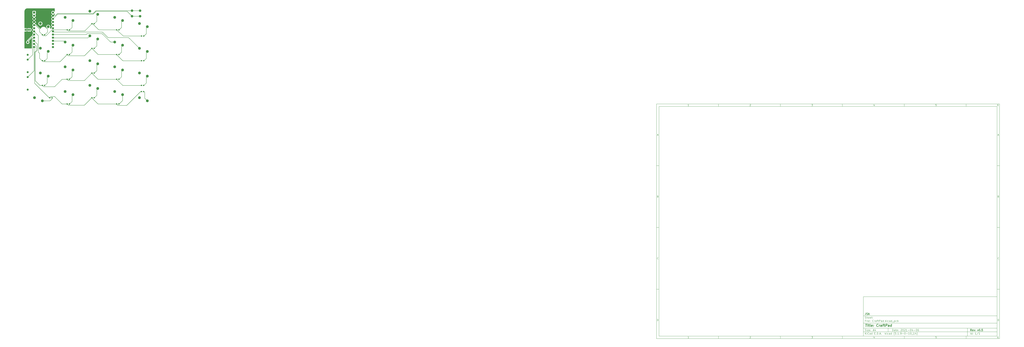
<source format=gbr>
%TF.GenerationSoftware,KiCad,Pcbnew,(5.1.9-0-10_14)*%
%TF.CreationDate,2021-04-06T08:54:49+08:00*%
%TF.ProjectId,CraftPad,43726166-7450-4616-942e-6b696361645f,v0.5*%
%TF.SameCoordinates,Original*%
%TF.FileFunction,Copper,L1,Top*%
%TF.FilePolarity,Positive*%
%FSLAX46Y46*%
G04 Gerber Fmt 4.6, Leading zero omitted, Abs format (unit mm)*
G04 Created by KiCad (PCBNEW (5.1.9-0-10_14)) date 2021-04-06 08:54:49*
%MOMM*%
%LPD*%
G01*
G04 APERTURE LIST*
%ADD10C,0.100000*%
%ADD11C,0.150000*%
%ADD12C,0.300000*%
%ADD13C,0.400000*%
%TA.AperFunction,ComponentPad*%
%ADD14O,1.600000X1.600000*%
%TD*%
%TA.AperFunction,ComponentPad*%
%ADD15C,1.600000*%
%TD*%
%TA.AperFunction,ComponentPad*%
%ADD16O,1.070000X1.800000*%
%TD*%
%TA.AperFunction,ComponentPad*%
%ADD17R,1.070000X1.800000*%
%TD*%
%TA.AperFunction,ComponentPad*%
%ADD18C,2.000000*%
%TD*%
%TA.AperFunction,ComponentPad*%
%ADD19C,2.200000*%
%TD*%
%TA.AperFunction,ComponentPad*%
%ADD20C,1.752600*%
%TD*%
%TA.AperFunction,ComponentPad*%
%ADD21R,1.752600X1.752600*%
%TD*%
%TA.AperFunction,Conductor*%
%ADD22C,0.250000*%
%TD*%
%TA.AperFunction,Conductor*%
%ADD23C,0.254000*%
%TD*%
%TA.AperFunction,Conductor*%
%ADD24C,0.100000*%
%TD*%
G04 APERTURE END LIST*
D10*
D11*
X177002200Y-166007200D02*
X177002200Y-198007200D01*
X285002200Y-198007200D01*
X285002200Y-166007200D01*
X177002200Y-166007200D01*
D10*
D11*
X10000000Y-10000000D02*
X10000000Y-200007200D01*
X287002200Y-200007200D01*
X287002200Y-10000000D01*
X10000000Y-10000000D01*
D10*
D11*
X12000000Y-12000000D02*
X12000000Y-198007200D01*
X285002200Y-198007200D01*
X285002200Y-12000000D01*
X12000000Y-12000000D01*
D10*
D11*
X60000000Y-12000000D02*
X60000000Y-10000000D01*
D10*
D11*
X110000000Y-12000000D02*
X110000000Y-10000000D01*
D10*
D11*
X160000000Y-12000000D02*
X160000000Y-10000000D01*
D10*
D11*
X210000000Y-12000000D02*
X210000000Y-10000000D01*
D10*
D11*
X260000000Y-12000000D02*
X260000000Y-10000000D01*
D10*
D11*
X36065476Y-11588095D02*
X35322619Y-11588095D01*
X35694047Y-11588095D02*
X35694047Y-10288095D01*
X35570238Y-10473809D01*
X35446428Y-10597619D01*
X35322619Y-10659523D01*
D10*
D11*
X85322619Y-10411904D02*
X85384523Y-10350000D01*
X85508333Y-10288095D01*
X85817857Y-10288095D01*
X85941666Y-10350000D01*
X86003571Y-10411904D01*
X86065476Y-10535714D01*
X86065476Y-10659523D01*
X86003571Y-10845238D01*
X85260714Y-11588095D01*
X86065476Y-11588095D01*
D10*
D11*
X135260714Y-10288095D02*
X136065476Y-10288095D01*
X135632142Y-10783333D01*
X135817857Y-10783333D01*
X135941666Y-10845238D01*
X136003571Y-10907142D01*
X136065476Y-11030952D01*
X136065476Y-11340476D01*
X136003571Y-11464285D01*
X135941666Y-11526190D01*
X135817857Y-11588095D01*
X135446428Y-11588095D01*
X135322619Y-11526190D01*
X135260714Y-11464285D01*
D10*
D11*
X185941666Y-10721428D02*
X185941666Y-11588095D01*
X185632142Y-10226190D02*
X185322619Y-11154761D01*
X186127380Y-11154761D01*
D10*
D11*
X236003571Y-10288095D02*
X235384523Y-10288095D01*
X235322619Y-10907142D01*
X235384523Y-10845238D01*
X235508333Y-10783333D01*
X235817857Y-10783333D01*
X235941666Y-10845238D01*
X236003571Y-10907142D01*
X236065476Y-11030952D01*
X236065476Y-11340476D01*
X236003571Y-11464285D01*
X235941666Y-11526190D01*
X235817857Y-11588095D01*
X235508333Y-11588095D01*
X235384523Y-11526190D01*
X235322619Y-11464285D01*
D10*
D11*
X285941666Y-10288095D02*
X285694047Y-10288095D01*
X285570238Y-10350000D01*
X285508333Y-10411904D01*
X285384523Y-10597619D01*
X285322619Y-10845238D01*
X285322619Y-11340476D01*
X285384523Y-11464285D01*
X285446428Y-11526190D01*
X285570238Y-11588095D01*
X285817857Y-11588095D01*
X285941666Y-11526190D01*
X286003571Y-11464285D01*
X286065476Y-11340476D01*
X286065476Y-11030952D01*
X286003571Y-10907142D01*
X285941666Y-10845238D01*
X285817857Y-10783333D01*
X285570238Y-10783333D01*
X285446428Y-10845238D01*
X285384523Y-10907142D01*
X285322619Y-11030952D01*
D10*
D11*
X60000000Y-198007200D02*
X60000000Y-200007200D01*
D10*
D11*
X110000000Y-198007200D02*
X110000000Y-200007200D01*
D10*
D11*
X160000000Y-198007200D02*
X160000000Y-200007200D01*
D10*
D11*
X210000000Y-198007200D02*
X210000000Y-200007200D01*
D10*
D11*
X260000000Y-198007200D02*
X260000000Y-200007200D01*
D10*
D11*
X36065476Y-199595295D02*
X35322619Y-199595295D01*
X35694047Y-199595295D02*
X35694047Y-198295295D01*
X35570238Y-198481009D01*
X35446428Y-198604819D01*
X35322619Y-198666723D01*
D10*
D11*
X85322619Y-198419104D02*
X85384523Y-198357200D01*
X85508333Y-198295295D01*
X85817857Y-198295295D01*
X85941666Y-198357200D01*
X86003571Y-198419104D01*
X86065476Y-198542914D01*
X86065476Y-198666723D01*
X86003571Y-198852438D01*
X85260714Y-199595295D01*
X86065476Y-199595295D01*
D10*
D11*
X135260714Y-198295295D02*
X136065476Y-198295295D01*
X135632142Y-198790533D01*
X135817857Y-198790533D01*
X135941666Y-198852438D01*
X136003571Y-198914342D01*
X136065476Y-199038152D01*
X136065476Y-199347676D01*
X136003571Y-199471485D01*
X135941666Y-199533390D01*
X135817857Y-199595295D01*
X135446428Y-199595295D01*
X135322619Y-199533390D01*
X135260714Y-199471485D01*
D10*
D11*
X185941666Y-198728628D02*
X185941666Y-199595295D01*
X185632142Y-198233390D02*
X185322619Y-199161961D01*
X186127380Y-199161961D01*
D10*
D11*
X236003571Y-198295295D02*
X235384523Y-198295295D01*
X235322619Y-198914342D01*
X235384523Y-198852438D01*
X235508333Y-198790533D01*
X235817857Y-198790533D01*
X235941666Y-198852438D01*
X236003571Y-198914342D01*
X236065476Y-199038152D01*
X236065476Y-199347676D01*
X236003571Y-199471485D01*
X235941666Y-199533390D01*
X235817857Y-199595295D01*
X235508333Y-199595295D01*
X235384523Y-199533390D01*
X235322619Y-199471485D01*
D10*
D11*
X285941666Y-198295295D02*
X285694047Y-198295295D01*
X285570238Y-198357200D01*
X285508333Y-198419104D01*
X285384523Y-198604819D01*
X285322619Y-198852438D01*
X285322619Y-199347676D01*
X285384523Y-199471485D01*
X285446428Y-199533390D01*
X285570238Y-199595295D01*
X285817857Y-199595295D01*
X285941666Y-199533390D01*
X286003571Y-199471485D01*
X286065476Y-199347676D01*
X286065476Y-199038152D01*
X286003571Y-198914342D01*
X285941666Y-198852438D01*
X285817857Y-198790533D01*
X285570238Y-198790533D01*
X285446428Y-198852438D01*
X285384523Y-198914342D01*
X285322619Y-199038152D01*
D10*
D11*
X10000000Y-60000000D02*
X12000000Y-60000000D01*
D10*
D11*
X10000000Y-110000000D02*
X12000000Y-110000000D01*
D10*
D11*
X10000000Y-160000000D02*
X12000000Y-160000000D01*
D10*
D11*
X10690476Y-35216666D02*
X11309523Y-35216666D01*
X10566666Y-35588095D02*
X11000000Y-34288095D01*
X11433333Y-35588095D01*
D10*
D11*
X11092857Y-84907142D02*
X11278571Y-84969047D01*
X11340476Y-85030952D01*
X11402380Y-85154761D01*
X11402380Y-85340476D01*
X11340476Y-85464285D01*
X11278571Y-85526190D01*
X11154761Y-85588095D01*
X10659523Y-85588095D01*
X10659523Y-84288095D01*
X11092857Y-84288095D01*
X11216666Y-84350000D01*
X11278571Y-84411904D01*
X11340476Y-84535714D01*
X11340476Y-84659523D01*
X11278571Y-84783333D01*
X11216666Y-84845238D01*
X11092857Y-84907142D01*
X10659523Y-84907142D01*
D10*
D11*
X11402380Y-135464285D02*
X11340476Y-135526190D01*
X11154761Y-135588095D01*
X11030952Y-135588095D01*
X10845238Y-135526190D01*
X10721428Y-135402380D01*
X10659523Y-135278571D01*
X10597619Y-135030952D01*
X10597619Y-134845238D01*
X10659523Y-134597619D01*
X10721428Y-134473809D01*
X10845238Y-134350000D01*
X11030952Y-134288095D01*
X11154761Y-134288095D01*
X11340476Y-134350000D01*
X11402380Y-134411904D01*
D10*
D11*
X10659523Y-185588095D02*
X10659523Y-184288095D01*
X10969047Y-184288095D01*
X11154761Y-184350000D01*
X11278571Y-184473809D01*
X11340476Y-184597619D01*
X11402380Y-184845238D01*
X11402380Y-185030952D01*
X11340476Y-185278571D01*
X11278571Y-185402380D01*
X11154761Y-185526190D01*
X10969047Y-185588095D01*
X10659523Y-185588095D01*
D10*
D11*
X287002200Y-60000000D02*
X285002200Y-60000000D01*
D10*
D11*
X287002200Y-110000000D02*
X285002200Y-110000000D01*
D10*
D11*
X287002200Y-160000000D02*
X285002200Y-160000000D01*
D10*
D11*
X285692676Y-35216666D02*
X286311723Y-35216666D01*
X285568866Y-35588095D02*
X286002200Y-34288095D01*
X286435533Y-35588095D01*
D10*
D11*
X286095057Y-84907142D02*
X286280771Y-84969047D01*
X286342676Y-85030952D01*
X286404580Y-85154761D01*
X286404580Y-85340476D01*
X286342676Y-85464285D01*
X286280771Y-85526190D01*
X286156961Y-85588095D01*
X285661723Y-85588095D01*
X285661723Y-84288095D01*
X286095057Y-84288095D01*
X286218866Y-84350000D01*
X286280771Y-84411904D01*
X286342676Y-84535714D01*
X286342676Y-84659523D01*
X286280771Y-84783333D01*
X286218866Y-84845238D01*
X286095057Y-84907142D01*
X285661723Y-84907142D01*
D10*
D11*
X286404580Y-135464285D02*
X286342676Y-135526190D01*
X286156961Y-135588095D01*
X286033152Y-135588095D01*
X285847438Y-135526190D01*
X285723628Y-135402380D01*
X285661723Y-135278571D01*
X285599819Y-135030952D01*
X285599819Y-134845238D01*
X285661723Y-134597619D01*
X285723628Y-134473809D01*
X285847438Y-134350000D01*
X286033152Y-134288095D01*
X286156961Y-134288095D01*
X286342676Y-134350000D01*
X286404580Y-134411904D01*
D10*
D11*
X285661723Y-185588095D02*
X285661723Y-184288095D01*
X285971247Y-184288095D01*
X286156961Y-184350000D01*
X286280771Y-184473809D01*
X286342676Y-184597619D01*
X286404580Y-184845238D01*
X286404580Y-185030952D01*
X286342676Y-185278571D01*
X286280771Y-185402380D01*
X286156961Y-185526190D01*
X285971247Y-185588095D01*
X285661723Y-185588095D01*
D10*
D11*
X200434342Y-193785771D02*
X200434342Y-192285771D01*
X200791485Y-192285771D01*
X201005771Y-192357200D01*
X201148628Y-192500057D01*
X201220057Y-192642914D01*
X201291485Y-192928628D01*
X201291485Y-193142914D01*
X201220057Y-193428628D01*
X201148628Y-193571485D01*
X201005771Y-193714342D01*
X200791485Y-193785771D01*
X200434342Y-193785771D01*
X202577200Y-193785771D02*
X202577200Y-193000057D01*
X202505771Y-192857200D01*
X202362914Y-192785771D01*
X202077200Y-192785771D01*
X201934342Y-192857200D01*
X202577200Y-193714342D02*
X202434342Y-193785771D01*
X202077200Y-193785771D01*
X201934342Y-193714342D01*
X201862914Y-193571485D01*
X201862914Y-193428628D01*
X201934342Y-193285771D01*
X202077200Y-193214342D01*
X202434342Y-193214342D01*
X202577200Y-193142914D01*
X203077200Y-192785771D02*
X203648628Y-192785771D01*
X203291485Y-192285771D02*
X203291485Y-193571485D01*
X203362914Y-193714342D01*
X203505771Y-193785771D01*
X203648628Y-193785771D01*
X204720057Y-193714342D02*
X204577200Y-193785771D01*
X204291485Y-193785771D01*
X204148628Y-193714342D01*
X204077200Y-193571485D01*
X204077200Y-193000057D01*
X204148628Y-192857200D01*
X204291485Y-192785771D01*
X204577200Y-192785771D01*
X204720057Y-192857200D01*
X204791485Y-193000057D01*
X204791485Y-193142914D01*
X204077200Y-193285771D01*
X205434342Y-193642914D02*
X205505771Y-193714342D01*
X205434342Y-193785771D01*
X205362914Y-193714342D01*
X205434342Y-193642914D01*
X205434342Y-193785771D01*
X205434342Y-192857200D02*
X205505771Y-192928628D01*
X205434342Y-193000057D01*
X205362914Y-192928628D01*
X205434342Y-192857200D01*
X205434342Y-193000057D01*
X207220057Y-192428628D02*
X207291485Y-192357200D01*
X207434342Y-192285771D01*
X207791485Y-192285771D01*
X207934342Y-192357200D01*
X208005771Y-192428628D01*
X208077200Y-192571485D01*
X208077200Y-192714342D01*
X208005771Y-192928628D01*
X207148628Y-193785771D01*
X208077200Y-193785771D01*
X209005771Y-192285771D02*
X209148628Y-192285771D01*
X209291485Y-192357200D01*
X209362914Y-192428628D01*
X209434342Y-192571485D01*
X209505771Y-192857200D01*
X209505771Y-193214342D01*
X209434342Y-193500057D01*
X209362914Y-193642914D01*
X209291485Y-193714342D01*
X209148628Y-193785771D01*
X209005771Y-193785771D01*
X208862914Y-193714342D01*
X208791485Y-193642914D01*
X208720057Y-193500057D01*
X208648628Y-193214342D01*
X208648628Y-192857200D01*
X208720057Y-192571485D01*
X208791485Y-192428628D01*
X208862914Y-192357200D01*
X209005771Y-192285771D01*
X210077200Y-192428628D02*
X210148628Y-192357200D01*
X210291485Y-192285771D01*
X210648628Y-192285771D01*
X210791485Y-192357200D01*
X210862914Y-192428628D01*
X210934342Y-192571485D01*
X210934342Y-192714342D01*
X210862914Y-192928628D01*
X210005771Y-193785771D01*
X210934342Y-193785771D01*
X212362914Y-193785771D02*
X211505771Y-193785771D01*
X211934342Y-193785771D02*
X211934342Y-192285771D01*
X211791485Y-192500057D01*
X211648628Y-192642914D01*
X211505771Y-192714342D01*
X213005771Y-193214342D02*
X214148628Y-193214342D01*
X215148628Y-192285771D02*
X215291485Y-192285771D01*
X215434342Y-192357200D01*
X215505771Y-192428628D01*
X215577200Y-192571485D01*
X215648628Y-192857200D01*
X215648628Y-193214342D01*
X215577200Y-193500057D01*
X215505771Y-193642914D01*
X215434342Y-193714342D01*
X215291485Y-193785771D01*
X215148628Y-193785771D01*
X215005771Y-193714342D01*
X214934342Y-193642914D01*
X214862914Y-193500057D01*
X214791485Y-193214342D01*
X214791485Y-192857200D01*
X214862914Y-192571485D01*
X214934342Y-192428628D01*
X215005771Y-192357200D01*
X215148628Y-192285771D01*
X216934342Y-192785771D02*
X216934342Y-193785771D01*
X216577200Y-192214342D02*
X216220057Y-193285771D01*
X217148628Y-193285771D01*
X217720057Y-193214342D02*
X218862914Y-193214342D01*
X219862914Y-192285771D02*
X220005771Y-192285771D01*
X220148628Y-192357200D01*
X220220057Y-192428628D01*
X220291485Y-192571485D01*
X220362914Y-192857200D01*
X220362914Y-193214342D01*
X220291485Y-193500057D01*
X220220057Y-193642914D01*
X220148628Y-193714342D01*
X220005771Y-193785771D01*
X219862914Y-193785771D01*
X219720057Y-193714342D01*
X219648628Y-193642914D01*
X219577200Y-193500057D01*
X219505771Y-193214342D01*
X219505771Y-192857200D01*
X219577200Y-192571485D01*
X219648628Y-192428628D01*
X219720057Y-192357200D01*
X219862914Y-192285771D01*
X221648628Y-192285771D02*
X221362914Y-192285771D01*
X221220057Y-192357200D01*
X221148628Y-192428628D01*
X221005771Y-192642914D01*
X220934342Y-192928628D01*
X220934342Y-193500057D01*
X221005771Y-193642914D01*
X221077200Y-193714342D01*
X221220057Y-193785771D01*
X221505771Y-193785771D01*
X221648628Y-193714342D01*
X221720057Y-193642914D01*
X221791485Y-193500057D01*
X221791485Y-193142914D01*
X221720057Y-193000057D01*
X221648628Y-192928628D01*
X221505771Y-192857200D01*
X221220057Y-192857200D01*
X221077200Y-192928628D01*
X221005771Y-193000057D01*
X220934342Y-193142914D01*
D10*
D11*
X177002200Y-194507200D02*
X285002200Y-194507200D01*
D10*
D11*
X178434342Y-196585771D02*
X178434342Y-195085771D01*
X179291485Y-196585771D02*
X178648628Y-195728628D01*
X179291485Y-195085771D02*
X178434342Y-195942914D01*
X179934342Y-196585771D02*
X179934342Y-195585771D01*
X179934342Y-195085771D02*
X179862914Y-195157200D01*
X179934342Y-195228628D01*
X180005771Y-195157200D01*
X179934342Y-195085771D01*
X179934342Y-195228628D01*
X181505771Y-196442914D02*
X181434342Y-196514342D01*
X181220057Y-196585771D01*
X181077200Y-196585771D01*
X180862914Y-196514342D01*
X180720057Y-196371485D01*
X180648628Y-196228628D01*
X180577200Y-195942914D01*
X180577200Y-195728628D01*
X180648628Y-195442914D01*
X180720057Y-195300057D01*
X180862914Y-195157200D01*
X181077200Y-195085771D01*
X181220057Y-195085771D01*
X181434342Y-195157200D01*
X181505771Y-195228628D01*
X182791485Y-196585771D02*
X182791485Y-195800057D01*
X182720057Y-195657200D01*
X182577200Y-195585771D01*
X182291485Y-195585771D01*
X182148628Y-195657200D01*
X182791485Y-196514342D02*
X182648628Y-196585771D01*
X182291485Y-196585771D01*
X182148628Y-196514342D01*
X182077200Y-196371485D01*
X182077200Y-196228628D01*
X182148628Y-196085771D01*
X182291485Y-196014342D01*
X182648628Y-196014342D01*
X182791485Y-195942914D01*
X184148628Y-196585771D02*
X184148628Y-195085771D01*
X184148628Y-196514342D02*
X184005771Y-196585771D01*
X183720057Y-196585771D01*
X183577200Y-196514342D01*
X183505771Y-196442914D01*
X183434342Y-196300057D01*
X183434342Y-195871485D01*
X183505771Y-195728628D01*
X183577200Y-195657200D01*
X183720057Y-195585771D01*
X184005771Y-195585771D01*
X184148628Y-195657200D01*
X186005771Y-195800057D02*
X186505771Y-195800057D01*
X186720057Y-196585771D02*
X186005771Y-196585771D01*
X186005771Y-195085771D01*
X186720057Y-195085771D01*
X187362914Y-196442914D02*
X187434342Y-196514342D01*
X187362914Y-196585771D01*
X187291485Y-196514342D01*
X187362914Y-196442914D01*
X187362914Y-196585771D01*
X188077200Y-196585771D02*
X188077200Y-195085771D01*
X188434342Y-195085771D01*
X188648628Y-195157200D01*
X188791485Y-195300057D01*
X188862914Y-195442914D01*
X188934342Y-195728628D01*
X188934342Y-195942914D01*
X188862914Y-196228628D01*
X188791485Y-196371485D01*
X188648628Y-196514342D01*
X188434342Y-196585771D01*
X188077200Y-196585771D01*
X189577200Y-196442914D02*
X189648628Y-196514342D01*
X189577200Y-196585771D01*
X189505771Y-196514342D01*
X189577200Y-196442914D01*
X189577200Y-196585771D01*
X190220057Y-196157200D02*
X190934342Y-196157200D01*
X190077200Y-196585771D02*
X190577200Y-195085771D01*
X191077200Y-196585771D01*
X191577200Y-196442914D02*
X191648628Y-196514342D01*
X191577200Y-196585771D01*
X191505771Y-196514342D01*
X191577200Y-196442914D01*
X191577200Y-196585771D01*
X194577200Y-196585771D02*
X194577200Y-195085771D01*
X194720057Y-196014342D02*
X195148628Y-196585771D01*
X195148628Y-195585771D02*
X194577200Y-196157200D01*
X195791485Y-196585771D02*
X195791485Y-195585771D01*
X195791485Y-195085771D02*
X195720057Y-195157200D01*
X195791485Y-195228628D01*
X195862914Y-195157200D01*
X195791485Y-195085771D01*
X195791485Y-195228628D01*
X197148628Y-196514342D02*
X197005771Y-196585771D01*
X196720057Y-196585771D01*
X196577200Y-196514342D01*
X196505771Y-196442914D01*
X196434342Y-196300057D01*
X196434342Y-195871485D01*
X196505771Y-195728628D01*
X196577200Y-195657200D01*
X196720057Y-195585771D01*
X197005771Y-195585771D01*
X197148628Y-195657200D01*
X198434342Y-196585771D02*
X198434342Y-195800057D01*
X198362914Y-195657200D01*
X198220057Y-195585771D01*
X197934342Y-195585771D01*
X197791485Y-195657200D01*
X198434342Y-196514342D02*
X198291485Y-196585771D01*
X197934342Y-196585771D01*
X197791485Y-196514342D01*
X197720057Y-196371485D01*
X197720057Y-196228628D01*
X197791485Y-196085771D01*
X197934342Y-196014342D01*
X198291485Y-196014342D01*
X198434342Y-195942914D01*
X199791485Y-196585771D02*
X199791485Y-195085771D01*
X199791485Y-196514342D02*
X199648628Y-196585771D01*
X199362914Y-196585771D01*
X199220057Y-196514342D01*
X199148628Y-196442914D01*
X199077200Y-196300057D01*
X199077200Y-195871485D01*
X199148628Y-195728628D01*
X199220057Y-195657200D01*
X199362914Y-195585771D01*
X199648628Y-195585771D01*
X199791485Y-195657200D01*
X202077200Y-197157200D02*
X202005771Y-197085771D01*
X201862914Y-196871485D01*
X201791485Y-196728628D01*
X201720057Y-196514342D01*
X201648628Y-196157200D01*
X201648628Y-195871485D01*
X201720057Y-195514342D01*
X201791485Y-195300057D01*
X201862914Y-195157200D01*
X202005771Y-194942914D01*
X202077200Y-194871485D01*
X203362914Y-195085771D02*
X202648628Y-195085771D01*
X202577200Y-195800057D01*
X202648628Y-195728628D01*
X202791485Y-195657200D01*
X203148628Y-195657200D01*
X203291485Y-195728628D01*
X203362914Y-195800057D01*
X203434342Y-195942914D01*
X203434342Y-196300057D01*
X203362914Y-196442914D01*
X203291485Y-196514342D01*
X203148628Y-196585771D01*
X202791485Y-196585771D01*
X202648628Y-196514342D01*
X202577200Y-196442914D01*
X204077200Y-196442914D02*
X204148628Y-196514342D01*
X204077200Y-196585771D01*
X204005771Y-196514342D01*
X204077200Y-196442914D01*
X204077200Y-196585771D01*
X205577200Y-196585771D02*
X204720057Y-196585771D01*
X205148628Y-196585771D02*
X205148628Y-195085771D01*
X205005771Y-195300057D01*
X204862914Y-195442914D01*
X204720057Y-195514342D01*
X206220057Y-196442914D02*
X206291485Y-196514342D01*
X206220057Y-196585771D01*
X206148628Y-196514342D01*
X206220057Y-196442914D01*
X206220057Y-196585771D01*
X207005771Y-196585771D02*
X207291485Y-196585771D01*
X207434342Y-196514342D01*
X207505771Y-196442914D01*
X207648628Y-196228628D01*
X207720057Y-195942914D01*
X207720057Y-195371485D01*
X207648628Y-195228628D01*
X207577200Y-195157200D01*
X207434342Y-195085771D01*
X207148628Y-195085771D01*
X207005771Y-195157200D01*
X206934342Y-195228628D01*
X206862914Y-195371485D01*
X206862914Y-195728628D01*
X206934342Y-195871485D01*
X207005771Y-195942914D01*
X207148628Y-196014342D01*
X207434342Y-196014342D01*
X207577200Y-195942914D01*
X207648628Y-195871485D01*
X207720057Y-195728628D01*
X208362914Y-196014342D02*
X209505771Y-196014342D01*
X210505771Y-195085771D02*
X210648628Y-195085771D01*
X210791485Y-195157200D01*
X210862914Y-195228628D01*
X210934342Y-195371485D01*
X211005771Y-195657200D01*
X211005771Y-196014342D01*
X210934342Y-196300057D01*
X210862914Y-196442914D01*
X210791485Y-196514342D01*
X210648628Y-196585771D01*
X210505771Y-196585771D01*
X210362914Y-196514342D01*
X210291485Y-196442914D01*
X210220057Y-196300057D01*
X210148628Y-196014342D01*
X210148628Y-195657200D01*
X210220057Y-195371485D01*
X210291485Y-195228628D01*
X210362914Y-195157200D01*
X210505771Y-195085771D01*
X211648628Y-196014342D02*
X212791485Y-196014342D01*
X214291485Y-196585771D02*
X213434342Y-196585771D01*
X213862914Y-196585771D02*
X213862914Y-195085771D01*
X213720057Y-195300057D01*
X213577200Y-195442914D01*
X213434342Y-195514342D01*
X215220057Y-195085771D02*
X215362914Y-195085771D01*
X215505771Y-195157200D01*
X215577200Y-195228628D01*
X215648628Y-195371485D01*
X215720057Y-195657200D01*
X215720057Y-196014342D01*
X215648628Y-196300057D01*
X215577200Y-196442914D01*
X215505771Y-196514342D01*
X215362914Y-196585771D01*
X215220057Y-196585771D01*
X215077200Y-196514342D01*
X215005771Y-196442914D01*
X214934342Y-196300057D01*
X214862914Y-196014342D01*
X214862914Y-195657200D01*
X214934342Y-195371485D01*
X215005771Y-195228628D01*
X215077200Y-195157200D01*
X215220057Y-195085771D01*
X216005771Y-196728628D02*
X217148628Y-196728628D01*
X218291485Y-196585771D02*
X217434342Y-196585771D01*
X217862914Y-196585771D02*
X217862914Y-195085771D01*
X217720057Y-195300057D01*
X217577200Y-195442914D01*
X217434342Y-195514342D01*
X219577200Y-195585771D02*
X219577200Y-196585771D01*
X219220057Y-195014342D02*
X218862914Y-196085771D01*
X219791485Y-196085771D01*
X220220057Y-197157200D02*
X220291485Y-197085771D01*
X220434342Y-196871485D01*
X220505771Y-196728628D01*
X220577200Y-196514342D01*
X220648628Y-196157200D01*
X220648628Y-195871485D01*
X220577200Y-195514342D01*
X220505771Y-195300057D01*
X220434342Y-195157200D01*
X220291485Y-194942914D01*
X220220057Y-194871485D01*
D10*
D11*
X177002200Y-191507200D02*
X285002200Y-191507200D01*
D10*
D12*
X264411485Y-193785771D02*
X263911485Y-193071485D01*
X263554342Y-193785771D02*
X263554342Y-192285771D01*
X264125771Y-192285771D01*
X264268628Y-192357200D01*
X264340057Y-192428628D01*
X264411485Y-192571485D01*
X264411485Y-192785771D01*
X264340057Y-192928628D01*
X264268628Y-193000057D01*
X264125771Y-193071485D01*
X263554342Y-193071485D01*
X265625771Y-193714342D02*
X265482914Y-193785771D01*
X265197200Y-193785771D01*
X265054342Y-193714342D01*
X264982914Y-193571485D01*
X264982914Y-193000057D01*
X265054342Y-192857200D01*
X265197200Y-192785771D01*
X265482914Y-192785771D01*
X265625771Y-192857200D01*
X265697200Y-193000057D01*
X265697200Y-193142914D01*
X264982914Y-193285771D01*
X266197200Y-192785771D02*
X266554342Y-193785771D01*
X266911485Y-192785771D01*
X267482914Y-193642914D02*
X267554342Y-193714342D01*
X267482914Y-193785771D01*
X267411485Y-193714342D01*
X267482914Y-193642914D01*
X267482914Y-193785771D01*
X267482914Y-192857200D02*
X267554342Y-192928628D01*
X267482914Y-193000057D01*
X267411485Y-192928628D01*
X267482914Y-192857200D01*
X267482914Y-193000057D01*
X269197200Y-192785771D02*
X269554342Y-193785771D01*
X269911485Y-192785771D01*
X270768628Y-192285771D02*
X270911485Y-192285771D01*
X271054342Y-192357200D01*
X271125771Y-192428628D01*
X271197200Y-192571485D01*
X271268628Y-192857200D01*
X271268628Y-193214342D01*
X271197200Y-193500057D01*
X271125771Y-193642914D01*
X271054342Y-193714342D01*
X270911485Y-193785771D01*
X270768628Y-193785771D01*
X270625771Y-193714342D01*
X270554342Y-193642914D01*
X270482914Y-193500057D01*
X270411485Y-193214342D01*
X270411485Y-192857200D01*
X270482914Y-192571485D01*
X270554342Y-192428628D01*
X270625771Y-192357200D01*
X270768628Y-192285771D01*
X271911485Y-193642914D02*
X271982914Y-193714342D01*
X271911485Y-193785771D01*
X271840057Y-193714342D01*
X271911485Y-193642914D01*
X271911485Y-193785771D01*
X273340057Y-192285771D02*
X272625771Y-192285771D01*
X272554342Y-193000057D01*
X272625771Y-192928628D01*
X272768628Y-192857200D01*
X273125771Y-192857200D01*
X273268628Y-192928628D01*
X273340057Y-193000057D01*
X273411485Y-193142914D01*
X273411485Y-193500057D01*
X273340057Y-193642914D01*
X273268628Y-193714342D01*
X273125771Y-193785771D01*
X272768628Y-193785771D01*
X272625771Y-193714342D01*
X272554342Y-193642914D01*
D10*
D11*
X178362914Y-193714342D02*
X178577200Y-193785771D01*
X178934342Y-193785771D01*
X179077200Y-193714342D01*
X179148628Y-193642914D01*
X179220057Y-193500057D01*
X179220057Y-193357200D01*
X179148628Y-193214342D01*
X179077200Y-193142914D01*
X178934342Y-193071485D01*
X178648628Y-193000057D01*
X178505771Y-192928628D01*
X178434342Y-192857200D01*
X178362914Y-192714342D01*
X178362914Y-192571485D01*
X178434342Y-192428628D01*
X178505771Y-192357200D01*
X178648628Y-192285771D01*
X179005771Y-192285771D01*
X179220057Y-192357200D01*
X179862914Y-193785771D02*
X179862914Y-192785771D01*
X179862914Y-192285771D02*
X179791485Y-192357200D01*
X179862914Y-192428628D01*
X179934342Y-192357200D01*
X179862914Y-192285771D01*
X179862914Y-192428628D01*
X180434342Y-192785771D02*
X181220057Y-192785771D01*
X180434342Y-193785771D01*
X181220057Y-193785771D01*
X182362914Y-193714342D02*
X182220057Y-193785771D01*
X181934342Y-193785771D01*
X181791485Y-193714342D01*
X181720057Y-193571485D01*
X181720057Y-193000057D01*
X181791485Y-192857200D01*
X181934342Y-192785771D01*
X182220057Y-192785771D01*
X182362914Y-192857200D01*
X182434342Y-193000057D01*
X182434342Y-193142914D01*
X181720057Y-193285771D01*
X183077200Y-193642914D02*
X183148628Y-193714342D01*
X183077200Y-193785771D01*
X183005771Y-193714342D01*
X183077200Y-193642914D01*
X183077200Y-193785771D01*
X183077200Y-192857200D02*
X183148628Y-192928628D01*
X183077200Y-193000057D01*
X183005771Y-192928628D01*
X183077200Y-192857200D01*
X183077200Y-193000057D01*
X184862914Y-193357200D02*
X185577200Y-193357200D01*
X184720057Y-193785771D02*
X185220057Y-192285771D01*
X185720057Y-193785771D01*
X186862914Y-192785771D02*
X186862914Y-193785771D01*
X186505771Y-192214342D02*
X186148628Y-193285771D01*
X187077200Y-193285771D01*
D10*
D11*
X263434342Y-196585771D02*
X263434342Y-195085771D01*
X264791485Y-196585771D02*
X264791485Y-195085771D01*
X264791485Y-196514342D02*
X264648628Y-196585771D01*
X264362914Y-196585771D01*
X264220057Y-196514342D01*
X264148628Y-196442914D01*
X264077200Y-196300057D01*
X264077200Y-195871485D01*
X264148628Y-195728628D01*
X264220057Y-195657200D01*
X264362914Y-195585771D01*
X264648628Y-195585771D01*
X264791485Y-195657200D01*
X265505771Y-196442914D02*
X265577200Y-196514342D01*
X265505771Y-196585771D01*
X265434342Y-196514342D01*
X265505771Y-196442914D01*
X265505771Y-196585771D01*
X265505771Y-195657200D02*
X265577200Y-195728628D01*
X265505771Y-195800057D01*
X265434342Y-195728628D01*
X265505771Y-195657200D01*
X265505771Y-195800057D01*
X268148628Y-196585771D02*
X267291485Y-196585771D01*
X267720057Y-196585771D02*
X267720057Y-195085771D01*
X267577200Y-195300057D01*
X267434342Y-195442914D01*
X267291485Y-195514342D01*
X269862914Y-195014342D02*
X268577200Y-196942914D01*
X271148628Y-196585771D02*
X270291485Y-196585771D01*
X270720057Y-196585771D02*
X270720057Y-195085771D01*
X270577200Y-195300057D01*
X270434342Y-195442914D01*
X270291485Y-195514342D01*
D10*
D11*
X177002200Y-187507200D02*
X285002200Y-187507200D01*
D10*
D13*
X178714580Y-188211961D02*
X179857438Y-188211961D01*
X179036009Y-190211961D02*
X179286009Y-188211961D01*
X180274104Y-190211961D02*
X180440771Y-188878628D01*
X180524104Y-188211961D02*
X180416961Y-188307200D01*
X180500295Y-188402438D01*
X180607438Y-188307200D01*
X180524104Y-188211961D01*
X180500295Y-188402438D01*
X181107438Y-188878628D02*
X181869342Y-188878628D01*
X181476485Y-188211961D02*
X181262200Y-189926247D01*
X181333628Y-190116723D01*
X181512200Y-190211961D01*
X181702676Y-190211961D01*
X182655057Y-190211961D02*
X182476485Y-190116723D01*
X182405057Y-189926247D01*
X182619342Y-188211961D01*
X184190771Y-190116723D02*
X183988390Y-190211961D01*
X183607438Y-190211961D01*
X183428866Y-190116723D01*
X183357438Y-189926247D01*
X183452676Y-189164342D01*
X183571723Y-188973866D01*
X183774104Y-188878628D01*
X184155057Y-188878628D01*
X184333628Y-188973866D01*
X184405057Y-189164342D01*
X184381247Y-189354819D01*
X183405057Y-189545295D01*
X185155057Y-190021485D02*
X185238390Y-190116723D01*
X185131247Y-190211961D01*
X185047914Y-190116723D01*
X185155057Y-190021485D01*
X185131247Y-190211961D01*
X185286009Y-188973866D02*
X185369342Y-189069104D01*
X185262200Y-189164342D01*
X185178866Y-189069104D01*
X185286009Y-188973866D01*
X185262200Y-189164342D01*
X188774104Y-190021485D02*
X188666961Y-190116723D01*
X188369342Y-190211961D01*
X188178866Y-190211961D01*
X187905057Y-190116723D01*
X187738390Y-189926247D01*
X187666961Y-189735771D01*
X187619342Y-189354819D01*
X187655057Y-189069104D01*
X187797914Y-188688152D01*
X187916961Y-188497676D01*
X188131247Y-188307200D01*
X188428866Y-188211961D01*
X188619342Y-188211961D01*
X188893152Y-188307200D01*
X188976485Y-188402438D01*
X189607438Y-190211961D02*
X189774104Y-188878628D01*
X189726485Y-189259580D02*
X189845533Y-189069104D01*
X189952676Y-188973866D01*
X190155057Y-188878628D01*
X190345533Y-188878628D01*
X191702676Y-190211961D02*
X191833628Y-189164342D01*
X191762200Y-188973866D01*
X191583628Y-188878628D01*
X191202676Y-188878628D01*
X191000295Y-188973866D01*
X191714580Y-190116723D02*
X191512200Y-190211961D01*
X191036009Y-190211961D01*
X190857438Y-190116723D01*
X190786009Y-189926247D01*
X190809819Y-189735771D01*
X190928866Y-189545295D01*
X191131247Y-189450057D01*
X191607438Y-189450057D01*
X191809819Y-189354819D01*
X192536009Y-188878628D02*
X193297914Y-188878628D01*
X192655057Y-190211961D02*
X192869342Y-188497676D01*
X192988390Y-188307200D01*
X193190771Y-188211961D01*
X193381247Y-188211961D01*
X193678866Y-188878628D02*
X194440771Y-188878628D01*
X194047914Y-188211961D02*
X193833628Y-189926247D01*
X193905057Y-190116723D01*
X194083628Y-190211961D01*
X194274104Y-190211961D01*
X194940771Y-190211961D02*
X195190771Y-188211961D01*
X195952676Y-188211961D01*
X196131247Y-188307200D01*
X196214580Y-188402438D01*
X196286009Y-188592914D01*
X196250295Y-188878628D01*
X196131247Y-189069104D01*
X196024104Y-189164342D01*
X195821723Y-189259580D01*
X195059819Y-189259580D01*
X197797914Y-190211961D02*
X197928866Y-189164342D01*
X197857438Y-188973866D01*
X197678866Y-188878628D01*
X197297914Y-188878628D01*
X197095533Y-188973866D01*
X197809819Y-190116723D02*
X197607438Y-190211961D01*
X197131247Y-190211961D01*
X196952676Y-190116723D01*
X196881247Y-189926247D01*
X196905057Y-189735771D01*
X197024104Y-189545295D01*
X197226485Y-189450057D01*
X197702676Y-189450057D01*
X197905057Y-189354819D01*
X199607438Y-190211961D02*
X199857438Y-188211961D01*
X199619342Y-190116723D02*
X199416961Y-190211961D01*
X199036009Y-190211961D01*
X198857438Y-190116723D01*
X198774104Y-190021485D01*
X198702676Y-189831009D01*
X198774104Y-189259580D01*
X198893152Y-189069104D01*
X199000295Y-188973866D01*
X199202676Y-188878628D01*
X199583628Y-188878628D01*
X199762200Y-188973866D01*
D10*
D11*
X178934342Y-185600057D02*
X178434342Y-185600057D01*
X178434342Y-186385771D02*
X178434342Y-184885771D01*
X179148628Y-184885771D01*
X179720057Y-186385771D02*
X179720057Y-185385771D01*
X179720057Y-184885771D02*
X179648628Y-184957200D01*
X179720057Y-185028628D01*
X179791485Y-184957200D01*
X179720057Y-184885771D01*
X179720057Y-185028628D01*
X180648628Y-186385771D02*
X180505771Y-186314342D01*
X180434342Y-186171485D01*
X180434342Y-184885771D01*
X181791485Y-186314342D02*
X181648628Y-186385771D01*
X181362914Y-186385771D01*
X181220057Y-186314342D01*
X181148628Y-186171485D01*
X181148628Y-185600057D01*
X181220057Y-185457200D01*
X181362914Y-185385771D01*
X181648628Y-185385771D01*
X181791485Y-185457200D01*
X181862914Y-185600057D01*
X181862914Y-185742914D01*
X181148628Y-185885771D01*
X182505771Y-186242914D02*
X182577200Y-186314342D01*
X182505771Y-186385771D01*
X182434342Y-186314342D01*
X182505771Y-186242914D01*
X182505771Y-186385771D01*
X182505771Y-185457200D02*
X182577200Y-185528628D01*
X182505771Y-185600057D01*
X182434342Y-185528628D01*
X182505771Y-185457200D01*
X182505771Y-185600057D01*
X185220057Y-186242914D02*
X185148628Y-186314342D01*
X184934342Y-186385771D01*
X184791485Y-186385771D01*
X184577200Y-186314342D01*
X184434342Y-186171485D01*
X184362914Y-186028628D01*
X184291485Y-185742914D01*
X184291485Y-185528628D01*
X184362914Y-185242914D01*
X184434342Y-185100057D01*
X184577200Y-184957200D01*
X184791485Y-184885771D01*
X184934342Y-184885771D01*
X185148628Y-184957200D01*
X185220057Y-185028628D01*
X185862914Y-186385771D02*
X185862914Y-185385771D01*
X185862914Y-185671485D02*
X185934342Y-185528628D01*
X186005771Y-185457200D01*
X186148628Y-185385771D01*
X186291485Y-185385771D01*
X187434342Y-186385771D02*
X187434342Y-185600057D01*
X187362914Y-185457200D01*
X187220057Y-185385771D01*
X186934342Y-185385771D01*
X186791485Y-185457200D01*
X187434342Y-186314342D02*
X187291485Y-186385771D01*
X186934342Y-186385771D01*
X186791485Y-186314342D01*
X186720057Y-186171485D01*
X186720057Y-186028628D01*
X186791485Y-185885771D01*
X186934342Y-185814342D01*
X187291485Y-185814342D01*
X187434342Y-185742914D01*
X187934342Y-185385771D02*
X188505771Y-185385771D01*
X188148628Y-186385771D02*
X188148628Y-185100057D01*
X188220057Y-184957200D01*
X188362914Y-184885771D01*
X188505771Y-184885771D01*
X188791485Y-185385771D02*
X189362914Y-185385771D01*
X189005771Y-184885771D02*
X189005771Y-186171485D01*
X189077200Y-186314342D01*
X189220057Y-186385771D01*
X189362914Y-186385771D01*
X189862914Y-186385771D02*
X189862914Y-184885771D01*
X190434342Y-184885771D01*
X190577200Y-184957200D01*
X190648628Y-185028628D01*
X190720057Y-185171485D01*
X190720057Y-185385771D01*
X190648628Y-185528628D01*
X190577200Y-185600057D01*
X190434342Y-185671485D01*
X189862914Y-185671485D01*
X192005771Y-186385771D02*
X192005771Y-185600057D01*
X191934342Y-185457200D01*
X191791485Y-185385771D01*
X191505771Y-185385771D01*
X191362914Y-185457200D01*
X192005771Y-186314342D02*
X191862914Y-186385771D01*
X191505771Y-186385771D01*
X191362914Y-186314342D01*
X191291485Y-186171485D01*
X191291485Y-186028628D01*
X191362914Y-185885771D01*
X191505771Y-185814342D01*
X191862914Y-185814342D01*
X192005771Y-185742914D01*
X193362914Y-186385771D02*
X193362914Y-184885771D01*
X193362914Y-186314342D02*
X193220057Y-186385771D01*
X192934342Y-186385771D01*
X192791485Y-186314342D01*
X192720057Y-186242914D01*
X192648628Y-186100057D01*
X192648628Y-185671485D01*
X192720057Y-185528628D01*
X192791485Y-185457200D01*
X192934342Y-185385771D01*
X193220057Y-185385771D01*
X193362914Y-185457200D01*
X194077200Y-186242914D02*
X194148628Y-186314342D01*
X194077200Y-186385771D01*
X194005771Y-186314342D01*
X194077200Y-186242914D01*
X194077200Y-186385771D01*
X194791485Y-186385771D02*
X194791485Y-184885771D01*
X194934342Y-185814342D02*
X195362914Y-186385771D01*
X195362914Y-185385771D02*
X194791485Y-185957200D01*
X196005771Y-186385771D02*
X196005771Y-185385771D01*
X196005771Y-184885771D02*
X195934342Y-184957200D01*
X196005771Y-185028628D01*
X196077200Y-184957200D01*
X196005771Y-184885771D01*
X196005771Y-185028628D01*
X197362914Y-186314342D02*
X197220057Y-186385771D01*
X196934342Y-186385771D01*
X196791485Y-186314342D01*
X196720057Y-186242914D01*
X196648628Y-186100057D01*
X196648628Y-185671485D01*
X196720057Y-185528628D01*
X196791485Y-185457200D01*
X196934342Y-185385771D01*
X197220057Y-185385771D01*
X197362914Y-185457200D01*
X198648628Y-186385771D02*
X198648628Y-185600057D01*
X198577200Y-185457200D01*
X198434342Y-185385771D01*
X198148628Y-185385771D01*
X198005771Y-185457200D01*
X198648628Y-186314342D02*
X198505771Y-186385771D01*
X198148628Y-186385771D01*
X198005771Y-186314342D01*
X197934342Y-186171485D01*
X197934342Y-186028628D01*
X198005771Y-185885771D01*
X198148628Y-185814342D01*
X198505771Y-185814342D01*
X198648628Y-185742914D01*
X200005771Y-186385771D02*
X200005771Y-184885771D01*
X200005771Y-186314342D02*
X199862914Y-186385771D01*
X199577200Y-186385771D01*
X199434342Y-186314342D01*
X199362914Y-186242914D01*
X199291485Y-186100057D01*
X199291485Y-185671485D01*
X199362914Y-185528628D01*
X199434342Y-185457200D01*
X199577200Y-185385771D01*
X199862914Y-185385771D01*
X200005771Y-185457200D01*
X200362914Y-186528628D02*
X201505771Y-186528628D01*
X201862914Y-185385771D02*
X201862914Y-186885771D01*
X201862914Y-185457200D02*
X202005771Y-185385771D01*
X202291485Y-185385771D01*
X202434342Y-185457200D01*
X202505771Y-185528628D01*
X202577200Y-185671485D01*
X202577200Y-186100057D01*
X202505771Y-186242914D01*
X202434342Y-186314342D01*
X202291485Y-186385771D01*
X202005771Y-186385771D01*
X201862914Y-186314342D01*
X203862914Y-186314342D02*
X203720057Y-186385771D01*
X203434342Y-186385771D01*
X203291485Y-186314342D01*
X203220057Y-186242914D01*
X203148628Y-186100057D01*
X203148628Y-185671485D01*
X203220057Y-185528628D01*
X203291485Y-185457200D01*
X203434342Y-185385771D01*
X203720057Y-185385771D01*
X203862914Y-185457200D01*
X204505771Y-186385771D02*
X204505771Y-184885771D01*
X204505771Y-185457200D02*
X204648628Y-185385771D01*
X204934342Y-185385771D01*
X205077200Y-185457200D01*
X205148628Y-185528628D01*
X205220057Y-185671485D01*
X205220057Y-186100057D01*
X205148628Y-186242914D01*
X205077200Y-186314342D01*
X204934342Y-186385771D01*
X204648628Y-186385771D01*
X204505771Y-186314342D01*
D10*
D11*
X177002200Y-181507200D02*
X285002200Y-181507200D01*
D10*
D11*
X178362914Y-183614342D02*
X178577200Y-183685771D01*
X178934342Y-183685771D01*
X179077200Y-183614342D01*
X179148628Y-183542914D01*
X179220057Y-183400057D01*
X179220057Y-183257200D01*
X179148628Y-183114342D01*
X179077200Y-183042914D01*
X178934342Y-182971485D01*
X178648628Y-182900057D01*
X178505771Y-182828628D01*
X178434342Y-182757200D01*
X178362914Y-182614342D01*
X178362914Y-182471485D01*
X178434342Y-182328628D01*
X178505771Y-182257200D01*
X178648628Y-182185771D01*
X179005771Y-182185771D01*
X179220057Y-182257200D01*
X179862914Y-183685771D02*
X179862914Y-182185771D01*
X180505771Y-183685771D02*
X180505771Y-182900057D01*
X180434342Y-182757200D01*
X180291485Y-182685771D01*
X180077200Y-182685771D01*
X179934342Y-182757200D01*
X179862914Y-182828628D01*
X181791485Y-183614342D02*
X181648628Y-183685771D01*
X181362914Y-183685771D01*
X181220057Y-183614342D01*
X181148628Y-183471485D01*
X181148628Y-182900057D01*
X181220057Y-182757200D01*
X181362914Y-182685771D01*
X181648628Y-182685771D01*
X181791485Y-182757200D01*
X181862914Y-182900057D01*
X181862914Y-183042914D01*
X181148628Y-183185771D01*
X183077200Y-183614342D02*
X182934342Y-183685771D01*
X182648628Y-183685771D01*
X182505771Y-183614342D01*
X182434342Y-183471485D01*
X182434342Y-182900057D01*
X182505771Y-182757200D01*
X182648628Y-182685771D01*
X182934342Y-182685771D01*
X183077200Y-182757200D01*
X183148628Y-182900057D01*
X183148628Y-183042914D01*
X182434342Y-183185771D01*
X183577200Y-182685771D02*
X184148628Y-182685771D01*
X183791485Y-182185771D02*
X183791485Y-183471485D01*
X183862914Y-183614342D01*
X184005771Y-183685771D01*
X184148628Y-183685771D01*
X184648628Y-183542914D02*
X184720057Y-183614342D01*
X184648628Y-183685771D01*
X184577200Y-183614342D01*
X184648628Y-183542914D01*
X184648628Y-183685771D01*
X184648628Y-182757200D02*
X184720057Y-182828628D01*
X184648628Y-182900057D01*
X184577200Y-182828628D01*
X184648628Y-182757200D01*
X184648628Y-182900057D01*
D10*
D12*
X178982914Y-179185771D02*
X178982914Y-180257200D01*
X178911485Y-180471485D01*
X178768628Y-180614342D01*
X178554342Y-180685771D01*
X178411485Y-180685771D01*
X179625771Y-180614342D02*
X179840057Y-180685771D01*
X180197200Y-180685771D01*
X180340057Y-180614342D01*
X180411485Y-180542914D01*
X180482914Y-180400057D01*
X180482914Y-180257200D01*
X180411485Y-180114342D01*
X180340057Y-180042914D01*
X180197200Y-179971485D01*
X179911485Y-179900057D01*
X179768628Y-179828628D01*
X179697200Y-179757200D01*
X179625771Y-179614342D01*
X179625771Y-179471485D01*
X179697200Y-179328628D01*
X179768628Y-179257200D01*
X179911485Y-179185771D01*
X180268628Y-179185771D01*
X180482914Y-179257200D01*
X181054342Y-180257200D02*
X181768628Y-180257200D01*
X180911485Y-180685771D02*
X181411485Y-179185771D01*
X181911485Y-180685771D01*
D10*
D11*
X197002200Y-191507200D02*
X197002200Y-194507200D01*
D10*
D11*
X261002200Y-191507200D02*
X261002200Y-198007200D01*
D14*
%TO.P,R2,2*%
%TO.N,Net-(D21-Pad3)*%
X-497750000Y15694406D03*
D15*
%TO.P,R2,1*%
%TO.N,Green*%
X-497750000Y25854406D03*
%TD*%
D16*
%TO.P,D21,4*%
%TO.N,Net-(D21-Pad4)*%
X-495840000Y50000000D03*
%TO.P,D21,3*%
%TO.N,Net-(D21-Pad3)*%
X-497110000Y50000000D03*
%TO.P,D21,2*%
%TO.N,GND*%
X-498380000Y50000000D03*
D17*
%TO.P,D21,1*%
%TO.N,Net-(D21-Pad1)*%
X-499650000Y50000000D03*
%TD*%
D14*
%TO.P,R3,2*%
%TO.N,Net-(D21-Pad1)*%
X-497750000Y1590000D03*
D15*
%TO.P,R3,1*%
%TO.N,Red*%
X-497750000Y11750000D03*
%TD*%
D14*
%TO.P,R1,2*%
%TO.N,Net-(D21-Pad4)*%
X-497750000Y29798811D03*
D15*
%TO.P,R1,1*%
%TO.N,Blue*%
X-497750000Y39958811D03*
%TD*%
D18*
%TO.P,Reset1,1*%
%TO.N,Net-(B1-Pad22)*%
X-413500000Y61000000D03*
%TO.P,Reset1,2*%
%TO.N,GND*%
X-413500000Y65500000D03*
%TO.P,Reset1,1*%
%TO.N,Net-(B1-Pad22)*%
X-407000000Y61000000D03*
%TO.P,Reset1,2*%
%TO.N,GND*%
X-407000000Y65500000D03*
%TD*%
%TO.P,D20,2*%
%TO.N,Net-(D20-Pad2)*%
%TA.AperFunction,SMDPad,CuDef*%
G36*
G01*
X-478650000Y-5237500D02*
X-478650000Y-4762500D01*
G75*
G02*
X-478412500Y-4525000I237500J0D01*
G01*
X-477837500Y-4525000D01*
G75*
G02*
X-477600000Y-4762500I0J-237500D01*
G01*
X-477600000Y-5237500D01*
G75*
G02*
X-477837500Y-5475000I-237500J0D01*
G01*
X-478412500Y-5475000D01*
G75*
G02*
X-478650000Y-5237500I0J237500D01*
G01*
G37*
%TD.AperFunction*%
%TO.P,D20,1*%
%TO.N,Row4*%
%TA.AperFunction,SMDPad,CuDef*%
G36*
G01*
X-480400000Y-5237500D02*
X-480400000Y-4762500D01*
G75*
G02*
X-480162500Y-4525000I237500J0D01*
G01*
X-479587500Y-4525000D01*
G75*
G02*
X-479350000Y-4762500I0J-237500D01*
G01*
X-479350000Y-5237500D01*
G75*
G02*
X-479587500Y-5475000I-237500J0D01*
G01*
X-480162500Y-5475000D01*
G75*
G02*
X-480400000Y-5237500I0J237500D01*
G01*
G37*
%TD.AperFunction*%
%TD*%
%TO.P,D19,2*%
%TO.N,Net-(D19-Pad2)*%
%TA.AperFunction,SMDPad,CuDef*%
G36*
G01*
X-464650000Y-10237500D02*
X-464650000Y-9762500D01*
G75*
G02*
X-464412500Y-9525000I237500J0D01*
G01*
X-463837500Y-9525000D01*
G75*
G02*
X-463600000Y-9762500I0J-237500D01*
G01*
X-463600000Y-10237500D01*
G75*
G02*
X-463837500Y-10475000I-237500J0D01*
G01*
X-464412500Y-10475000D01*
G75*
G02*
X-464650000Y-10237500I0J237500D01*
G01*
G37*
%TD.AperFunction*%
%TO.P,D19,1*%
%TO.N,Row4*%
%TA.AperFunction,SMDPad,CuDef*%
G36*
G01*
X-466400000Y-10237500D02*
X-466400000Y-9762500D01*
G75*
G02*
X-466162500Y-9525000I237500J0D01*
G01*
X-465587500Y-9525000D01*
G75*
G02*
X-465350000Y-9762500I0J-237500D01*
G01*
X-465350000Y-10237500D01*
G75*
G02*
X-465587500Y-10475000I-237500J0D01*
G01*
X-466162500Y-10475000D01*
G75*
G02*
X-466400000Y-10237500I0J237500D01*
G01*
G37*
%TD.AperFunction*%
%TD*%
%TO.P,D18,2*%
%TO.N,Net-(D18-Pad2)*%
%TA.AperFunction,SMDPad,CuDef*%
G36*
G01*
X-444650000Y-5237500D02*
X-444650000Y-4762500D01*
G75*
G02*
X-444412500Y-4525000I237500J0D01*
G01*
X-443837500Y-4525000D01*
G75*
G02*
X-443600000Y-4762500I0J-237500D01*
G01*
X-443600000Y-5237500D01*
G75*
G02*
X-443837500Y-5475000I-237500J0D01*
G01*
X-444412500Y-5475000D01*
G75*
G02*
X-444650000Y-5237500I0J237500D01*
G01*
G37*
%TD.AperFunction*%
%TO.P,D18,1*%
%TO.N,Row4*%
%TA.AperFunction,SMDPad,CuDef*%
G36*
G01*
X-446400000Y-5237500D02*
X-446400000Y-4762500D01*
G75*
G02*
X-446162500Y-4525000I237500J0D01*
G01*
X-445587500Y-4525000D01*
G75*
G02*
X-445350000Y-4762500I0J-237500D01*
G01*
X-445350000Y-5237500D01*
G75*
G02*
X-445587500Y-5475000I-237500J0D01*
G01*
X-446162500Y-5475000D01*
G75*
G02*
X-446400000Y-5237500I0J237500D01*
G01*
G37*
%TD.AperFunction*%
%TD*%
%TO.P,D17,2*%
%TO.N,Net-(D17-Pad2)*%
%TA.AperFunction,SMDPad,CuDef*%
G36*
G01*
X-424650000Y-10237500D02*
X-424650000Y-9762500D01*
G75*
G02*
X-424412500Y-9525000I237500J0D01*
G01*
X-423837500Y-9525000D01*
G75*
G02*
X-423600000Y-9762500I0J-237500D01*
G01*
X-423600000Y-10237500D01*
G75*
G02*
X-423837500Y-10475000I-237500J0D01*
G01*
X-424412500Y-10475000D01*
G75*
G02*
X-424650000Y-10237500I0J237500D01*
G01*
G37*
%TD.AperFunction*%
%TO.P,D17,1*%
%TO.N,Row4*%
%TA.AperFunction,SMDPad,CuDef*%
G36*
G01*
X-426400000Y-10237500D02*
X-426400000Y-9762500D01*
G75*
G02*
X-426162500Y-9525000I237500J0D01*
G01*
X-425587500Y-9525000D01*
G75*
G02*
X-425350000Y-9762500I0J-237500D01*
G01*
X-425350000Y-10237500D01*
G75*
G02*
X-425587500Y-10475000I-237500J0D01*
G01*
X-426162500Y-10475000D01*
G75*
G02*
X-426400000Y-10237500I0J237500D01*
G01*
G37*
%TD.AperFunction*%
%TD*%
%TO.P,D16,2*%
%TO.N,Net-(D16-Pad2)*%
%TA.AperFunction,SMDPad,CuDef*%
G36*
G01*
X-404650000Y-237500D02*
X-404650000Y237500D01*
G75*
G02*
X-404412500Y475000I237500J0D01*
G01*
X-403837500Y475000D01*
G75*
G02*
X-403600000Y237500I0J-237500D01*
G01*
X-403600000Y-237500D01*
G75*
G02*
X-403837500Y-475000I-237500J0D01*
G01*
X-404412500Y-475000D01*
G75*
G02*
X-404650000Y-237500I0J237500D01*
G01*
G37*
%TD.AperFunction*%
%TO.P,D16,1*%
%TO.N,Row4*%
%TA.AperFunction,SMDPad,CuDef*%
G36*
G01*
X-406400000Y-237500D02*
X-406400000Y237500D01*
G75*
G02*
X-406162500Y475000I237500J0D01*
G01*
X-405587500Y475000D01*
G75*
G02*
X-405350000Y237500I0J-237500D01*
G01*
X-405350000Y-237500D01*
G75*
G02*
X-405587500Y-475000I-237500J0D01*
G01*
X-406162500Y-475000D01*
G75*
G02*
X-406400000Y-237500I0J237500D01*
G01*
G37*
%TD.AperFunction*%
%TD*%
%TO.P,D15,2*%
%TO.N,Net-(D15-Pad2)*%
%TA.AperFunction,SMDPad,CuDef*%
G36*
G01*
X-484650000Y4762500D02*
X-484650000Y5237500D01*
G75*
G02*
X-484412500Y5475000I237500J0D01*
G01*
X-483837500Y5475000D01*
G75*
G02*
X-483600000Y5237500I0J-237500D01*
G01*
X-483600000Y4762500D01*
G75*
G02*
X-483837500Y4525000I-237500J0D01*
G01*
X-484412500Y4525000D01*
G75*
G02*
X-484650000Y4762500I0J237500D01*
G01*
G37*
%TD.AperFunction*%
%TO.P,D15,1*%
%TO.N,Row3*%
%TA.AperFunction,SMDPad,CuDef*%
G36*
G01*
X-486400000Y4762500D02*
X-486400000Y5237500D01*
G75*
G02*
X-486162500Y5475000I237500J0D01*
G01*
X-485587500Y5475000D01*
G75*
G02*
X-485350000Y5237500I0J-237500D01*
G01*
X-485350000Y4762500D01*
G75*
G02*
X-485587500Y4525000I-237500J0D01*
G01*
X-486162500Y4525000D01*
G75*
G02*
X-486400000Y4762500I0J237500D01*
G01*
G37*
%TD.AperFunction*%
%TD*%
%TO.P,D14,2*%
%TO.N,Net-(D14-Pad2)*%
%TA.AperFunction,SMDPad,CuDef*%
G36*
G01*
X-464650000Y9762500D02*
X-464650000Y10237500D01*
G75*
G02*
X-464412500Y10475000I237500J0D01*
G01*
X-463837500Y10475000D01*
G75*
G02*
X-463600000Y10237500I0J-237500D01*
G01*
X-463600000Y9762500D01*
G75*
G02*
X-463837500Y9525000I-237500J0D01*
G01*
X-464412500Y9525000D01*
G75*
G02*
X-464650000Y9762500I0J237500D01*
G01*
G37*
%TD.AperFunction*%
%TO.P,D14,1*%
%TO.N,Row3*%
%TA.AperFunction,SMDPad,CuDef*%
G36*
G01*
X-466400000Y9762500D02*
X-466400000Y10237500D01*
G75*
G02*
X-466162500Y10475000I237500J0D01*
G01*
X-465587500Y10475000D01*
G75*
G02*
X-465350000Y10237500I0J-237500D01*
G01*
X-465350000Y9762500D01*
G75*
G02*
X-465587500Y9525000I-237500J0D01*
G01*
X-466162500Y9525000D01*
G75*
G02*
X-466400000Y9762500I0J237500D01*
G01*
G37*
%TD.AperFunction*%
%TD*%
%TO.P,D13,2*%
%TO.N,Net-(D13-Pad2)*%
%TA.AperFunction,SMDPad,CuDef*%
G36*
G01*
X-444650000Y14762500D02*
X-444650000Y15237500D01*
G75*
G02*
X-444412500Y15475000I237500J0D01*
G01*
X-443837500Y15475000D01*
G75*
G02*
X-443600000Y15237500I0J-237500D01*
G01*
X-443600000Y14762500D01*
G75*
G02*
X-443837500Y14525000I-237500J0D01*
G01*
X-444412500Y14525000D01*
G75*
G02*
X-444650000Y14762500I0J237500D01*
G01*
G37*
%TD.AperFunction*%
%TO.P,D13,1*%
%TO.N,Row3*%
%TA.AperFunction,SMDPad,CuDef*%
G36*
G01*
X-446400000Y14762500D02*
X-446400000Y15237500D01*
G75*
G02*
X-446162500Y15475000I237500J0D01*
G01*
X-445587500Y15475000D01*
G75*
G02*
X-445350000Y15237500I0J-237500D01*
G01*
X-445350000Y14762500D01*
G75*
G02*
X-445587500Y14525000I-237500J0D01*
G01*
X-446162500Y14525000D01*
G75*
G02*
X-446400000Y14762500I0J237500D01*
G01*
G37*
%TD.AperFunction*%
%TD*%
%TO.P,D12,2*%
%TO.N,Net-(D12-Pad2)*%
%TA.AperFunction,SMDPad,CuDef*%
G36*
G01*
X-424650000Y9762500D02*
X-424650000Y10237500D01*
G75*
G02*
X-424412500Y10475000I237500J0D01*
G01*
X-423837500Y10475000D01*
G75*
G02*
X-423600000Y10237500I0J-237500D01*
G01*
X-423600000Y9762500D01*
G75*
G02*
X-423837500Y9525000I-237500J0D01*
G01*
X-424412500Y9525000D01*
G75*
G02*
X-424650000Y9762500I0J237500D01*
G01*
G37*
%TD.AperFunction*%
%TO.P,D12,1*%
%TO.N,Row3*%
%TA.AperFunction,SMDPad,CuDef*%
G36*
G01*
X-426400000Y9762500D02*
X-426400000Y10237500D01*
G75*
G02*
X-426162500Y10475000I237500J0D01*
G01*
X-425587500Y10475000D01*
G75*
G02*
X-425350000Y10237500I0J-237500D01*
G01*
X-425350000Y9762500D01*
G75*
G02*
X-425587500Y9525000I-237500J0D01*
G01*
X-426162500Y9525000D01*
G75*
G02*
X-426400000Y9762500I0J237500D01*
G01*
G37*
%TD.AperFunction*%
%TD*%
%TO.P,D11,2*%
%TO.N,Net-(D11-Pad2)*%
%TA.AperFunction,SMDPad,CuDef*%
G36*
G01*
X-404650000Y4762500D02*
X-404650000Y5237500D01*
G75*
G02*
X-404412500Y5475000I237500J0D01*
G01*
X-403837500Y5475000D01*
G75*
G02*
X-403600000Y5237500I0J-237500D01*
G01*
X-403600000Y4762500D01*
G75*
G02*
X-403837500Y4525000I-237500J0D01*
G01*
X-404412500Y4525000D01*
G75*
G02*
X-404650000Y4762500I0J237500D01*
G01*
G37*
%TD.AperFunction*%
%TO.P,D11,1*%
%TO.N,Row3*%
%TA.AperFunction,SMDPad,CuDef*%
G36*
G01*
X-406400000Y4762500D02*
X-406400000Y5237500D01*
G75*
G02*
X-406162500Y5475000I237500J0D01*
G01*
X-405587500Y5475000D01*
G75*
G02*
X-405350000Y5237500I0J-237500D01*
G01*
X-405350000Y4762500D01*
G75*
G02*
X-405587500Y4525000I-237500J0D01*
G01*
X-406162500Y4525000D01*
G75*
G02*
X-406400000Y4762500I0J237500D01*
G01*
G37*
%TD.AperFunction*%
%TD*%
%TO.P,D10,2*%
%TO.N,Net-(D10-Pad2)*%
%TA.AperFunction,SMDPad,CuDef*%
G36*
G01*
X-484587500Y24762500D02*
X-484587500Y25237500D01*
G75*
G02*
X-484350000Y25475000I237500J0D01*
G01*
X-483775000Y25475000D01*
G75*
G02*
X-483537500Y25237500I0J-237500D01*
G01*
X-483537500Y24762500D01*
G75*
G02*
X-483775000Y24525000I-237500J0D01*
G01*
X-484350000Y24525000D01*
G75*
G02*
X-484587500Y24762500I0J237500D01*
G01*
G37*
%TD.AperFunction*%
%TO.P,D10,1*%
%TO.N,Row2*%
%TA.AperFunction,SMDPad,CuDef*%
G36*
G01*
X-486337500Y24762500D02*
X-486337500Y25237500D01*
G75*
G02*
X-486100000Y25475000I237500J0D01*
G01*
X-485525000Y25475000D01*
G75*
G02*
X-485287500Y25237500I0J-237500D01*
G01*
X-485287500Y24762500D01*
G75*
G02*
X-485525000Y24525000I-237500J0D01*
G01*
X-486100000Y24525000D01*
G75*
G02*
X-486337500Y24762500I0J237500D01*
G01*
G37*
%TD.AperFunction*%
%TD*%
%TO.P,D9,2*%
%TO.N,Net-(D9-Pad2)*%
%TA.AperFunction,SMDPad,CuDef*%
G36*
G01*
X-464650000Y29762500D02*
X-464650000Y30237500D01*
G75*
G02*
X-464412500Y30475000I237500J0D01*
G01*
X-463837500Y30475000D01*
G75*
G02*
X-463600000Y30237500I0J-237500D01*
G01*
X-463600000Y29762500D01*
G75*
G02*
X-463837500Y29525000I-237500J0D01*
G01*
X-464412500Y29525000D01*
G75*
G02*
X-464650000Y29762500I0J237500D01*
G01*
G37*
%TD.AperFunction*%
%TO.P,D9,1*%
%TO.N,Row2*%
%TA.AperFunction,SMDPad,CuDef*%
G36*
G01*
X-466400000Y29762500D02*
X-466400000Y30237500D01*
G75*
G02*
X-466162500Y30475000I237500J0D01*
G01*
X-465587500Y30475000D01*
G75*
G02*
X-465350000Y30237500I0J-237500D01*
G01*
X-465350000Y29762500D01*
G75*
G02*
X-465587500Y29525000I-237500J0D01*
G01*
X-466162500Y29525000D01*
G75*
G02*
X-466400000Y29762500I0J237500D01*
G01*
G37*
%TD.AperFunction*%
%TD*%
%TO.P,D8,2*%
%TO.N,Net-(D8-Pad2)*%
%TA.AperFunction,SMDPad,CuDef*%
G36*
G01*
X-444650000Y34762500D02*
X-444650000Y35237500D01*
G75*
G02*
X-444412500Y35475000I237500J0D01*
G01*
X-443837500Y35475000D01*
G75*
G02*
X-443600000Y35237500I0J-237500D01*
G01*
X-443600000Y34762500D01*
G75*
G02*
X-443837500Y34525000I-237500J0D01*
G01*
X-444412500Y34525000D01*
G75*
G02*
X-444650000Y34762500I0J237500D01*
G01*
G37*
%TD.AperFunction*%
%TO.P,D8,1*%
%TO.N,Row2*%
%TA.AperFunction,SMDPad,CuDef*%
G36*
G01*
X-446400000Y34762500D02*
X-446400000Y35237500D01*
G75*
G02*
X-446162500Y35475000I237500J0D01*
G01*
X-445587500Y35475000D01*
G75*
G02*
X-445350000Y35237500I0J-237500D01*
G01*
X-445350000Y34762500D01*
G75*
G02*
X-445587500Y34525000I-237500J0D01*
G01*
X-446162500Y34525000D01*
G75*
G02*
X-446400000Y34762500I0J237500D01*
G01*
G37*
%TD.AperFunction*%
%TD*%
%TO.P,D7,2*%
%TO.N,Net-(D7-Pad2)*%
%TA.AperFunction,SMDPad,CuDef*%
G36*
G01*
X-424650000Y29762500D02*
X-424650000Y30237500D01*
G75*
G02*
X-424412500Y30475000I237500J0D01*
G01*
X-423837500Y30475000D01*
G75*
G02*
X-423600000Y30237500I0J-237500D01*
G01*
X-423600000Y29762500D01*
G75*
G02*
X-423837500Y29525000I-237500J0D01*
G01*
X-424412500Y29525000D01*
G75*
G02*
X-424650000Y29762500I0J237500D01*
G01*
G37*
%TD.AperFunction*%
%TO.P,D7,1*%
%TO.N,Row2*%
%TA.AperFunction,SMDPad,CuDef*%
G36*
G01*
X-426400000Y29762500D02*
X-426400000Y30237500D01*
G75*
G02*
X-426162500Y30475000I237500J0D01*
G01*
X-425587500Y30475000D01*
G75*
G02*
X-425350000Y30237500I0J-237500D01*
G01*
X-425350000Y29762500D01*
G75*
G02*
X-425587500Y29525000I-237500J0D01*
G01*
X-426162500Y29525000D01*
G75*
G02*
X-426400000Y29762500I0J237500D01*
G01*
G37*
%TD.AperFunction*%
%TD*%
%TO.P,D6,2*%
%TO.N,Net-(D6-Pad2)*%
%TA.AperFunction,SMDPad,CuDef*%
G36*
G01*
X-404587500Y24762500D02*
X-404587500Y25237500D01*
G75*
G02*
X-404350000Y25475000I237500J0D01*
G01*
X-403775000Y25475000D01*
G75*
G02*
X-403537500Y25237500I0J-237500D01*
G01*
X-403537500Y24762500D01*
G75*
G02*
X-403775000Y24525000I-237500J0D01*
G01*
X-404350000Y24525000D01*
G75*
G02*
X-404587500Y24762500I0J237500D01*
G01*
G37*
%TD.AperFunction*%
%TO.P,D6,1*%
%TO.N,Row2*%
%TA.AperFunction,SMDPad,CuDef*%
G36*
G01*
X-406337500Y24762500D02*
X-406337500Y25237500D01*
G75*
G02*
X-406100000Y25475000I237500J0D01*
G01*
X-405525000Y25475000D01*
G75*
G02*
X-405287500Y25237500I0J-237500D01*
G01*
X-405287500Y24762500D01*
G75*
G02*
X-405525000Y24525000I-237500J0D01*
G01*
X-406100000Y24525000D01*
G75*
G02*
X-406337500Y24762500I0J237500D01*
G01*
G37*
%TD.AperFunction*%
%TD*%
%TO.P,D5,2*%
%TO.N,Net-(D5-Pad2)*%
%TA.AperFunction,SMDPad,CuDef*%
G36*
G01*
X-484650000Y45762500D02*
X-484650000Y46237500D01*
G75*
G02*
X-484412500Y46475000I237500J0D01*
G01*
X-483837500Y46475000D01*
G75*
G02*
X-483600000Y46237500I0J-237500D01*
G01*
X-483600000Y45762500D01*
G75*
G02*
X-483837500Y45525000I-237500J0D01*
G01*
X-484412500Y45525000D01*
G75*
G02*
X-484650000Y45762500I0J237500D01*
G01*
G37*
%TD.AperFunction*%
%TO.P,D5,1*%
%TO.N,Row1*%
%TA.AperFunction,SMDPad,CuDef*%
G36*
G01*
X-486400000Y45762500D02*
X-486400000Y46237500D01*
G75*
G02*
X-486162500Y46475000I237500J0D01*
G01*
X-485587500Y46475000D01*
G75*
G02*
X-485350000Y46237500I0J-237500D01*
G01*
X-485350000Y45762500D01*
G75*
G02*
X-485587500Y45525000I-237500J0D01*
G01*
X-486162500Y45525000D01*
G75*
G02*
X-486400000Y45762500I0J237500D01*
G01*
G37*
%TD.AperFunction*%
%TD*%
%TO.P,D4,2*%
%TO.N,Net-(D4-Pad2)*%
%TA.AperFunction,SMDPad,CuDef*%
G36*
G01*
X-464587500Y49762500D02*
X-464587500Y50237500D01*
G75*
G02*
X-464350000Y50475000I237500J0D01*
G01*
X-463775000Y50475000D01*
G75*
G02*
X-463537500Y50237500I0J-237500D01*
G01*
X-463537500Y49762500D01*
G75*
G02*
X-463775000Y49525000I-237500J0D01*
G01*
X-464350000Y49525000D01*
G75*
G02*
X-464587500Y49762500I0J237500D01*
G01*
G37*
%TD.AperFunction*%
%TO.P,D4,1*%
%TO.N,Row1*%
%TA.AperFunction,SMDPad,CuDef*%
G36*
G01*
X-466337500Y49762500D02*
X-466337500Y50237500D01*
G75*
G02*
X-466100000Y50475000I237500J0D01*
G01*
X-465525000Y50475000D01*
G75*
G02*
X-465287500Y50237500I0J-237500D01*
G01*
X-465287500Y49762500D01*
G75*
G02*
X-465525000Y49525000I-237500J0D01*
G01*
X-466100000Y49525000D01*
G75*
G02*
X-466337500Y49762500I0J237500D01*
G01*
G37*
%TD.AperFunction*%
%TD*%
%TO.P,D3,2*%
%TO.N,Net-(D3-Pad2)*%
%TA.AperFunction,SMDPad,CuDef*%
G36*
G01*
X-444650000Y54762500D02*
X-444650000Y55237500D01*
G75*
G02*
X-444412500Y55475000I237500J0D01*
G01*
X-443837500Y55475000D01*
G75*
G02*
X-443600000Y55237500I0J-237500D01*
G01*
X-443600000Y54762500D01*
G75*
G02*
X-443837500Y54525000I-237500J0D01*
G01*
X-444412500Y54525000D01*
G75*
G02*
X-444650000Y54762500I0J237500D01*
G01*
G37*
%TD.AperFunction*%
%TO.P,D3,1*%
%TO.N,Row1*%
%TA.AperFunction,SMDPad,CuDef*%
G36*
G01*
X-446400000Y54762500D02*
X-446400000Y55237500D01*
G75*
G02*
X-446162500Y55475000I237500J0D01*
G01*
X-445587500Y55475000D01*
G75*
G02*
X-445350000Y55237500I0J-237500D01*
G01*
X-445350000Y54762500D01*
G75*
G02*
X-445587500Y54525000I-237500J0D01*
G01*
X-446162500Y54525000D01*
G75*
G02*
X-446400000Y54762500I0J237500D01*
G01*
G37*
%TD.AperFunction*%
%TD*%
%TO.P,D2,2*%
%TO.N,Net-(D2-Pad2)*%
%TA.AperFunction,SMDPad,CuDef*%
G36*
G01*
X-424650000Y49762500D02*
X-424650000Y50237500D01*
G75*
G02*
X-424412500Y50475000I237500J0D01*
G01*
X-423837500Y50475000D01*
G75*
G02*
X-423600000Y50237500I0J-237500D01*
G01*
X-423600000Y49762500D01*
G75*
G02*
X-423837500Y49525000I-237500J0D01*
G01*
X-424412500Y49525000D01*
G75*
G02*
X-424650000Y49762500I0J237500D01*
G01*
G37*
%TD.AperFunction*%
%TO.P,D2,1*%
%TO.N,Row1*%
%TA.AperFunction,SMDPad,CuDef*%
G36*
G01*
X-426400000Y49762500D02*
X-426400000Y50237500D01*
G75*
G02*
X-426162500Y50475000I237500J0D01*
G01*
X-425587500Y50475000D01*
G75*
G02*
X-425350000Y50237500I0J-237500D01*
G01*
X-425350000Y49762500D01*
G75*
G02*
X-425587500Y49525000I-237500J0D01*
G01*
X-426162500Y49525000D01*
G75*
G02*
X-426400000Y49762500I0J237500D01*
G01*
G37*
%TD.AperFunction*%
%TD*%
%TO.P,D1,2*%
%TO.N,Net-(D1-Pad2)*%
%TA.AperFunction,SMDPad,CuDef*%
G36*
G01*
X-404587500Y44762500D02*
X-404587500Y45237500D01*
G75*
G02*
X-404350000Y45475000I237500J0D01*
G01*
X-403775000Y45475000D01*
G75*
G02*
X-403537500Y45237500I0J-237500D01*
G01*
X-403537500Y44762500D01*
G75*
G02*
X-403775000Y44525000I-237500J0D01*
G01*
X-404350000Y44525000D01*
G75*
G02*
X-404587500Y44762500I0J237500D01*
G01*
G37*
%TD.AperFunction*%
%TO.P,D1,1*%
%TO.N,Row1*%
%TA.AperFunction,SMDPad,CuDef*%
G36*
G01*
X-406337500Y44762500D02*
X-406337500Y45237500D01*
G75*
G02*
X-406100000Y45475000I237500J0D01*
G01*
X-405525000Y45475000D01*
G75*
G02*
X-405287500Y45237500I0J-237500D01*
G01*
X-405287500Y44762500D01*
G75*
G02*
X-405525000Y44525000I-237500J0D01*
G01*
X-406100000Y44525000D01*
G75*
G02*
X-406337500Y44762500I0J237500D01*
G01*
G37*
%TD.AperFunction*%
%TD*%
D19*
%TO.P,SW2,2*%
%TO.N,Net-(D2-Pad2)*%
X-421190000Y57540000D03*
%TO.P,SW2,1*%
%TO.N,Col2*%
X-427540000Y60080000D03*
%TD*%
%TO.P,SW1,2*%
%TO.N,Net-(D1-Pad2)*%
X-401190000Y52540000D03*
%TO.P,SW1,1*%
%TO.N,Col1*%
X-407540000Y55080000D03*
%TD*%
%TO.P,SW20,2*%
%TO.N,Net-(D20-Pad2)*%
X-485950000Y-7460000D03*
%TO.P,SW20,1*%
%TO.N,Col5*%
X-492300000Y-4920000D03*
%TD*%
%TO.P,SW19,2*%
%TO.N,Net-(D19-Pad2)*%
X-461190000Y-2460000D03*
%TO.P,SW19,1*%
%TO.N,Col4*%
X-467540000Y80000D03*
%TD*%
%TO.P,SW18,2*%
%TO.N,Net-(D18-Pad2)*%
X-441190000Y2540000D03*
%TO.P,SW18,1*%
%TO.N,Col3*%
X-447540000Y5080000D03*
%TD*%
%TO.P,SW17,2*%
%TO.N,Net-(D17-Pad2)*%
X-421190000Y-2460000D03*
%TO.P,SW17,1*%
%TO.N,Col2*%
X-427540000Y80000D03*
%TD*%
%TO.P,SW16,2*%
%TO.N,Net-(D16-Pad2)*%
X-401190000Y-7460000D03*
%TO.P,SW16,1*%
%TO.N,Col1*%
X-407540000Y-4920000D03*
%TD*%
%TO.P,SW15,2*%
%TO.N,Net-(D15-Pad2)*%
X-481190000Y12540000D03*
%TO.P,SW15,1*%
%TO.N,Col5*%
X-487540000Y15080000D03*
%TD*%
%TO.P,SW14,2*%
%TO.N,Net-(D14-Pad2)*%
X-461190000Y17540000D03*
%TO.P,SW14,1*%
%TO.N,Col4*%
X-467540000Y20080000D03*
%TD*%
%TO.P,SW13,2*%
%TO.N,Net-(D13-Pad2)*%
X-441190000Y22540000D03*
%TO.P,SW13,1*%
%TO.N,Col3*%
X-447540000Y25080000D03*
%TD*%
%TO.P,SW12,2*%
%TO.N,Net-(D12-Pad2)*%
X-421190000Y17540000D03*
%TO.P,SW12,1*%
%TO.N,Col2*%
X-427540000Y20080000D03*
%TD*%
%TO.P,SW11,2*%
%TO.N,Net-(D11-Pad2)*%
X-401190000Y12540000D03*
%TO.P,SW11,1*%
%TO.N,Col1*%
X-407540000Y15080000D03*
%TD*%
%TO.P,SW10,2*%
%TO.N,Net-(D10-Pad2)*%
X-481190000Y32540000D03*
%TO.P,SW10,1*%
%TO.N,Col5*%
X-487540000Y35080000D03*
%TD*%
%TO.P,SW9,2*%
%TO.N,Net-(D9-Pad2)*%
X-461190000Y37540000D03*
%TO.P,SW9,1*%
%TO.N,Col4*%
X-467540000Y40080000D03*
%TD*%
%TO.P,SW8,2*%
%TO.N,Net-(D8-Pad2)*%
X-441190000Y42540000D03*
%TO.P,SW8,1*%
%TO.N,Col3*%
X-447540000Y45080000D03*
%TD*%
%TO.P,SW7,2*%
%TO.N,Net-(D7-Pad2)*%
X-421190000Y37540000D03*
%TO.P,SW7,1*%
%TO.N,Col2*%
X-427540000Y40080000D03*
%TD*%
%TO.P,SW6,2*%
%TO.N,Net-(D6-Pad2)*%
X-401190000Y32460000D03*
%TO.P,SW6,1*%
%TO.N,Col1*%
X-407540000Y35000000D03*
%TD*%
%TO.P,SW5,2*%
%TO.N,Net-(D5-Pad2)*%
X-481190000Y52540000D03*
%TO.P,SW5,1*%
%TO.N,Col5*%
X-487540000Y55080000D03*
%TD*%
%TO.P,SW4,2*%
%TO.N,Net-(D4-Pad2)*%
X-461190000Y57540000D03*
%TO.P,SW4,1*%
%TO.N,Col4*%
X-467540000Y60080000D03*
%TD*%
%TO.P,SW3,2*%
%TO.N,Net-(D3-Pad2)*%
X-441190000Y62540000D03*
%TO.P,SW3,1*%
%TO.N,Col3*%
X-447540000Y65080000D03*
%TD*%
D20*
%TO.P,B1,24*%
%TO.N,N/C*%
X-477380000Y63970000D03*
%TO.P,B1,12*%
%TO.N,Red*%
X-492620000Y36030000D03*
%TO.P,B1,23*%
%TO.N,GND*%
X-477380000Y61430000D03*
%TO.P,B1,22*%
%TO.N,Net-(B1-Pad22)*%
X-477380000Y58890000D03*
%TO.P,B1,21*%
%TO.N,N/C*%
X-477380000Y56350000D03*
%TO.P,B1,20*%
X-477380000Y53810000D03*
%TO.P,B1,19*%
X-477380000Y51270000D03*
%TO.P,B1,18*%
%TO.N,Col1*%
X-477380000Y48730000D03*
%TO.P,B1,17*%
%TO.N,Col2*%
X-477380000Y46190000D03*
%TO.P,B1,16*%
%TO.N,Col3*%
X-477380000Y43650000D03*
%TO.P,B1,15*%
%TO.N,Col4*%
X-477380000Y41110000D03*
%TO.P,B1,14*%
%TO.N,Col5*%
X-477380000Y38570000D03*
%TO.P,B1,13*%
%TO.N,N/C*%
X-477380000Y36030000D03*
%TO.P,B1,11*%
%TO.N,Row4*%
X-492620000Y38570000D03*
%TO.P,B1,10*%
%TO.N,Row3*%
X-492620000Y41110000D03*
%TO.P,B1,9*%
%TO.N,Green*%
X-492620000Y43650000D03*
%TO.P,B1,8*%
%TO.N,Blue*%
X-492620000Y46190000D03*
%TO.P,B1,7*%
%TO.N,Row2*%
X-492620000Y48730000D03*
%TO.P,B1,6*%
%TO.N,N/C*%
X-492620000Y51270000D03*
%TO.P,B1,5*%
%TO.N,Row1*%
X-492620000Y53810000D03*
%TO.P,B1,4*%
%TO.N,GND*%
X-492620000Y56350000D03*
%TO.P,B1,3*%
X-492620000Y58890000D03*
%TO.P,B1,2*%
%TO.N,N/C*%
X-492620000Y61430000D03*
D21*
%TO.P,B1,1*%
X-492620000Y63970000D03*
%TD*%
D22*
%TO.N,Net-(D1-Pad2)*%
X-402000000Y46912500D02*
X-403912500Y45000000D01*
X-402000000Y51730000D02*
X-402000000Y46912500D01*
X-401190000Y52540000D02*
X-402000000Y51730000D01*
%TO.N,Row1*%
X-405962500Y45000000D02*
X-420535002Y45000000D01*
X-420535002Y45000000D02*
X-426025000Y50000000D01*
X-485074990Y45199990D02*
X-485875000Y46000000D01*
X-482981008Y45199990D02*
X-485074990Y45199990D01*
X-478180998Y50000000D02*
X-482981008Y45199990D01*
X-465812500Y50000000D02*
X-478180998Y50000000D01*
X-445445510Y55000000D02*
X-445875000Y55000000D01*
X-440445510Y50000000D02*
X-445445510Y55000000D01*
X-425875000Y50000000D02*
X-440445510Y50000000D01*
X-451675010Y49199990D02*
X-465012490Y49199990D01*
X-465012490Y49199990D02*
X-465812500Y50000000D01*
X-445875000Y55000000D02*
X-451675010Y49199990D01*
X-491380725Y53810000D02*
X-492620000Y53810000D01*
X-488250000Y50679275D02*
X-491380725Y53810000D01*
X-488250000Y48375000D02*
X-488250000Y50679275D01*
X-485875000Y46000000D02*
X-488250000Y48375000D01*
%TO.N,Net-(D2-Pad2)*%
X-422000000Y51975000D02*
X-423975000Y50000000D01*
X-422000000Y56730000D02*
X-422000000Y51975000D01*
X-421190000Y57540000D02*
X-422000000Y56730000D01*
%TO.N,Net-(D3-Pad2)*%
X-442000000Y56975000D02*
X-443975000Y55000000D01*
X-442000000Y61730000D02*
X-442000000Y56975000D01*
X-441190000Y62540000D02*
X-442000000Y61730000D01*
%TO.N,Net-(D4-Pad2)*%
X-462000000Y51912500D02*
X-463912500Y50000000D01*
X-462000000Y56730000D02*
X-462000000Y51912500D01*
X-461190000Y57540000D02*
X-462000000Y56730000D01*
%TO.N,Net-(D5-Pad2)*%
X-481750000Y48225000D02*
X-483975000Y46000000D01*
X-481750000Y51980000D02*
X-481750000Y48225000D01*
X-481190000Y52540000D02*
X-481750000Y51980000D01*
%TO.N,Net-(D6-Pad2)*%
X-402000000Y31650000D02*
X-402000000Y26912500D01*
X-402000000Y26912500D02*
X-403912500Y25000000D01*
X-401190000Y32460000D02*
X-402000000Y31650000D01*
%TO.N,Row2*%
X-485012490Y24199990D02*
X-485812500Y25000000D01*
X-471675010Y24199990D02*
X-485012490Y24199990D01*
X-465875000Y30000000D02*
X-471675010Y24199990D01*
X-489250000Y45360000D02*
X-492620000Y48730000D01*
X-488250000Y31000000D02*
X-489250000Y32000000D01*
X-488250000Y27000000D02*
X-488250000Y31000000D01*
X-489250000Y32000000D02*
X-489250000Y45360000D01*
X-486250000Y25000000D02*
X-488250000Y27000000D01*
X-485812500Y25000000D02*
X-486250000Y25000000D01*
X-426025000Y30000000D02*
X-421025000Y25000000D01*
X-441000000Y30000000D02*
X-426025000Y30000000D01*
X-446000000Y35000000D02*
X-441000000Y30000000D01*
X-421025000Y25000000D02*
X-405962500Y25000000D01*
X-446025000Y34975000D02*
X-446025000Y35000000D01*
X-452000000Y29000000D02*
X-446025000Y34975000D01*
X-465025000Y29000000D02*
X-452000000Y29000000D01*
X-446025000Y35000000D02*
X-446000000Y35000000D01*
X-466025000Y30000000D02*
X-465025000Y29000000D01*
%TO.N,Net-(D7-Pad2)*%
X-422000000Y31975000D02*
X-423975000Y30000000D01*
X-422000000Y36730000D02*
X-422000000Y31975000D01*
X-421190000Y37540000D02*
X-422000000Y36730000D01*
%TO.N,Net-(D8-Pad2)*%
X-442000000Y36975000D02*
X-443975000Y35000000D01*
X-442000000Y41730000D02*
X-442000000Y36975000D01*
X-441190000Y42540000D02*
X-442000000Y41730000D01*
%TO.N,Net-(D9-Pad2)*%
X-462000000Y31975000D02*
X-463975000Y30000000D01*
X-462000000Y36730000D02*
X-462000000Y31975000D01*
X-461190000Y37540000D02*
X-462000000Y36730000D01*
%TO.N,Net-(D10-Pad2)*%
X-482000000Y26912500D02*
X-483912500Y25000000D01*
X-482000000Y31730000D02*
X-482000000Y26912500D01*
X-481190000Y32540000D02*
X-482000000Y31730000D01*
%TO.N,Net-(D11-Pad2)*%
X-402000000Y6975000D02*
X-403975000Y5000000D01*
X-402000000Y11730000D02*
X-402000000Y6975000D01*
X-401190000Y12540000D02*
X-402000000Y11730000D01*
%TO.N,Row3*%
X-421025000Y5000000D02*
X-406025000Y5000000D01*
X-441025000Y10000000D02*
X-426025000Y10000000D01*
X-446025000Y15000000D02*
X-441025000Y10000000D01*
X-446025000Y14975000D02*
X-446025000Y15000000D01*
X-452000000Y9000000D02*
X-446025000Y14975000D01*
X-426025000Y10000000D02*
X-421025000Y5000000D01*
X-465025000Y9000000D02*
X-452000000Y9000000D01*
X-486025000Y5000000D02*
X-484949999Y3924999D01*
X-470000000Y10000000D02*
X-466025000Y10000000D01*
X-484949999Y3924999D02*
X-476075001Y3924999D01*
X-466025000Y10000000D02*
X-465025000Y9000000D01*
X-476075001Y3924999D02*
X-470000000Y10000000D01*
X-490000000Y33477180D02*
X-490000000Y38490000D01*
X-487909501Y5000000D02*
X-491719978Y8810477D01*
X-485875000Y5000000D02*
X-487909501Y5000000D01*
X-491719978Y8810477D02*
X-491719978Y31757202D01*
X-491719978Y31757202D02*
X-490000000Y33477180D01*
X-490000000Y38490000D02*
X-492620000Y41110000D01*
%TO.N,Net-(D12-Pad2)*%
X-422000000Y11975000D02*
X-423975000Y10000000D01*
X-422000000Y16730000D02*
X-422000000Y11975000D01*
X-421190000Y17540000D02*
X-422000000Y16730000D01*
%TO.N,Net-(D13-Pad2)*%
X-442000000Y21730000D02*
X-442000000Y16975000D01*
X-442000000Y16975000D02*
X-443975000Y15000000D01*
X-441190000Y22540000D02*
X-442000000Y21730000D01*
%TO.N,Net-(D14-Pad2)*%
X-462000000Y11975000D02*
X-463975000Y10000000D01*
X-462000000Y16730000D02*
X-462000000Y11975000D01*
X-461190000Y17540000D02*
X-462000000Y16730000D01*
%TO.N,Net-(D15-Pad2)*%
X-482000000Y6975000D02*
X-483975000Y5000000D01*
X-482000000Y11730000D02*
X-482000000Y6975000D01*
X-481190000Y12540000D02*
X-482000000Y11730000D01*
%TO.N,Net-(D16-Pad2)*%
X-403300000Y-5350000D02*
X-401190000Y-7460000D01*
X-403300000Y-675000D02*
X-403300000Y-5350000D01*
X-403975000Y0D02*
X-403300000Y-675000D01*
%TO.N,Row4*%
X-476139999Y-3924999D02*
X-478949999Y-3924999D01*
X-406025000Y0D02*
X-406700000Y0D01*
X-446025000Y-5000000D02*
X-452025000Y-11000000D01*
X-465025000Y-11000000D02*
X-466025000Y-10000000D01*
X-417875001Y-11175001D02*
X-424849999Y-11175001D01*
X-426025000Y-10000000D02*
X-441025000Y-10000000D01*
X-441025000Y-10000000D02*
X-446025000Y-5000000D01*
X-466025000Y-10000000D02*
X-470064998Y-10000000D01*
X-478949999Y-3924999D02*
X-480025000Y-5000000D01*
X-470064998Y-10000000D02*
X-476139999Y-3924999D01*
X-406700000Y0D02*
X-417875001Y-11175001D01*
X-424849999Y-11175001D02*
X-426025000Y-10000000D01*
X-452025000Y-11000000D02*
X-465025000Y-11000000D01*
X-491000000Y33113590D02*
X-491000000Y36950000D01*
X-480400000Y-5000000D02*
X-492169989Y6769989D01*
X-479875000Y-5000000D02*
X-480400000Y-5000000D01*
X-492169989Y6769989D02*
X-492169989Y31943601D01*
X-492169989Y31943601D02*
X-491000000Y33113590D01*
X-491000000Y36950000D02*
X-492620000Y38570000D01*
%TO.N,Net-(D17-Pad2)*%
X-421190000Y-7215000D02*
X-421190000Y-2460000D01*
X-423975000Y-10000000D02*
X-421190000Y-7215000D01*
%TO.N,Net-(D18-Pad2)*%
X-442000000Y1730000D02*
X-441190000Y2540000D01*
X-442000000Y-3025000D02*
X-442000000Y1730000D01*
X-443975000Y-5000000D02*
X-442000000Y-3025000D01*
%TO.N,Net-(D19-Pad2)*%
X-462000000Y-3270000D02*
X-461190000Y-2460000D01*
X-462000000Y-8025000D02*
X-462000000Y-3270000D01*
X-463975000Y-10000000D02*
X-462000000Y-8025000D01*
%TO.N,Net-(D20-Pad2)*%
X-477975000Y-5675000D02*
X-477975000Y-5000000D01*
X-479760000Y-7460000D02*
X-477975000Y-5675000D01*
X-485950000Y-7460000D02*
X-479760000Y-7460000D01*
%TO.N,Col1*%
X-407540000Y35000000D02*
X-416290000Y43750000D01*
X-416290000Y43750000D02*
X-433000000Y43750000D01*
X-433000000Y43750000D02*
X-437500000Y48250000D01*
X-476900000Y48250000D02*
X-477380000Y48730000D01*
X-437500000Y48250000D02*
X-476900000Y48250000D01*
%TO.N,Col2*%
X-477320000Y46250000D02*
X-477380000Y46190000D01*
X-449750000Y47000000D02*
X-450500000Y46250000D01*
X-427540000Y40080000D02*
X-430830000Y40080000D01*
X-430830000Y40080000D02*
X-437750000Y47000000D01*
X-450500000Y46250000D02*
X-477320000Y46250000D01*
X-437750000Y47000000D02*
X-449750000Y47000000D01*
%TO.N,Col3*%
X-477230000Y43500000D02*
X-477380000Y43650000D01*
X-449120000Y43500000D02*
X-477230000Y43500000D01*
X-447540000Y45080000D02*
X-449120000Y43500000D01*
%TO.N,Col4*%
X-477270000Y41000000D02*
X-477380000Y41110000D01*
X-468460000Y41000000D02*
X-477270000Y41000000D01*
X-467540000Y40080000D02*
X-468460000Y41000000D01*
%TO.N,GND*%
X-492620000Y58890000D02*
X-492620000Y56350000D01*
X-413500000Y65500000D02*
X-407000000Y65500000D01*
X-478810000Y60000000D02*
X-477380000Y61430000D01*
X-491510000Y60000000D02*
X-478810000Y60000000D01*
X-492620000Y58890000D02*
X-491510000Y60000000D01*
X-442750000Y65500000D02*
X-413500000Y65500000D01*
X-473799989Y63200011D02*
X-445049989Y63200011D01*
X-445049989Y63200011D02*
X-442750000Y65500000D01*
X-475570000Y61430000D02*
X-473799989Y63200011D01*
X-477380000Y61430000D02*
X-475570000Y61430000D01*
%TO.N,Net-(B1-Pad22)*%
X-413500000Y61000000D02*
X-407000000Y61000000D01*
X-417500000Y65000000D02*
X-413500000Y61000000D01*
X-444863589Y62750000D02*
X-442613589Y65000000D01*
X-473520000Y62750000D02*
X-444863589Y62750000D01*
X-442613589Y65000000D02*
X-417500000Y65000000D01*
X-477380000Y58890000D02*
X-473520000Y62750000D01*
%TO.N,Red*%
X-492620000Y16880000D02*
X-497750000Y11750000D01*
X-492620000Y36030000D02*
X-492620000Y16880000D01*
%TO.N,Green*%
X-493821301Y29783105D02*
X-497750000Y25854406D01*
X-493821301Y42448699D02*
X-493821301Y29783105D01*
X-492620000Y43650000D02*
X-493821301Y42448699D01*
%TO.N,Blue*%
X-497750000Y41060000D02*
X-497750000Y39958811D01*
X-492620000Y46190000D02*
X-497750000Y41060000D01*
%TD*%
D23*
%TO.N,GND*%
X-476133906Y64825358D02*
X-476206096Y64933398D01*
X-476416602Y65143904D01*
X-476664131Y65309297D01*
X-476939170Y65423222D01*
X-477231150Y65481300D01*
X-477528850Y65481300D01*
X-477820830Y65423222D01*
X-478095869Y65309297D01*
X-478343398Y65143904D01*
X-478553904Y64933398D01*
X-478719297Y64685869D01*
X-478833222Y64410830D01*
X-478891300Y64118850D01*
X-478891300Y63821150D01*
X-478833222Y63529170D01*
X-478719297Y63254131D01*
X-478553904Y63006602D01*
X-478343398Y62796096D01*
X-478180191Y62687045D01*
X-478247563Y62477169D01*
X-477380000Y61609605D01*
X-476512437Y62477169D01*
X-476579809Y62687045D01*
X-476416602Y62796096D01*
X-476206096Y63006602D01*
X-476133906Y63114642D01*
X-476133906Y62233706D01*
X-476332831Y62297563D01*
X-477200395Y61430000D01*
X-477186252Y61415858D01*
X-477365858Y61236252D01*
X-477380000Y61250395D01*
X-478247563Y60382831D01*
X-478180191Y60172955D01*
X-478343398Y60063904D01*
X-478553904Y59853398D01*
X-478719297Y59605869D01*
X-478833222Y59330830D01*
X-478891300Y59038850D01*
X-478891300Y58741150D01*
X-478833222Y58449170D01*
X-478719297Y58174131D01*
X-478553904Y57926602D01*
X-478343398Y57716096D01*
X-478199580Y57620000D01*
X-478343398Y57523904D01*
X-478553904Y57313398D01*
X-478719297Y57065869D01*
X-478833222Y56790830D01*
X-478891300Y56498850D01*
X-478891300Y56201150D01*
X-478833222Y55909170D01*
X-478719297Y55634131D01*
X-478553904Y55386602D01*
X-478343398Y55176096D01*
X-478199580Y55080000D01*
X-478343398Y54983904D01*
X-478553904Y54773398D01*
X-478719297Y54525869D01*
X-478833222Y54250830D01*
X-478891300Y53958850D01*
X-478891300Y53661150D01*
X-478833222Y53369170D01*
X-478719297Y53094131D01*
X-478553904Y52846602D01*
X-478343398Y52636096D01*
X-478199580Y52540000D01*
X-478343398Y52443904D01*
X-478553904Y52233398D01*
X-478719297Y51985869D01*
X-478833222Y51710830D01*
X-478891300Y51418850D01*
X-478891300Y51121150D01*
X-478878949Y51059056D01*
X-478973368Y51153475D01*
X-479216589Y51315990D01*
X-479486842Y51427932D01*
X-479773740Y51485000D01*
X-479808261Y51485000D01*
X-479652463Y51718169D01*
X-479521675Y52033919D01*
X-479455000Y52369117D01*
X-479455000Y52710883D01*
X-479521675Y53046081D01*
X-479652463Y53361831D01*
X-479842337Y53645998D01*
X-480084002Y53887663D01*
X-480368169Y54077537D01*
X-480683919Y54208325D01*
X-481019117Y54275000D01*
X-481360883Y54275000D01*
X-481696081Y54208325D01*
X-482011831Y54077537D01*
X-482295998Y53887663D01*
X-482537663Y53645998D01*
X-482727537Y53361831D01*
X-482858325Y53046081D01*
X-482925000Y52710883D01*
X-482925000Y52369117D01*
X-482858325Y52033919D01*
X-482727537Y51718169D01*
X-482537663Y51434002D01*
X-482510000Y51406339D01*
X-482510000Y50874196D01*
X-482664893Y51248141D01*
X-482953262Y51679715D01*
X-483320285Y52046738D01*
X-483751859Y52335107D01*
X-484231399Y52533739D01*
X-484740475Y52635000D01*
X-485259525Y52635000D01*
X-485768601Y52533739D01*
X-486248141Y52335107D01*
X-486679715Y52046738D01*
X-487046738Y51679715D01*
X-487335107Y51248141D01*
X-487504392Y50839452D01*
X-487544454Y50971522D01*
X-487615026Y51103551D01*
X-487709999Y51219276D01*
X-487738997Y51243074D01*
X-490816921Y54320997D01*
X-490840724Y54350001D01*
X-490956449Y54444974D01*
X-491088478Y54515546D01*
X-491231739Y54559003D01*
X-491307851Y54566500D01*
X-491446096Y54773398D01*
X-491656602Y54983904D01*
X-491819809Y55092955D01*
X-491769113Y55250883D01*
X-489275000Y55250883D01*
X-489275000Y54909117D01*
X-489208325Y54573919D01*
X-489077537Y54258169D01*
X-488887663Y53974002D01*
X-488645998Y53732337D01*
X-488361831Y53542463D01*
X-488046081Y53411675D01*
X-487710883Y53345000D01*
X-487369117Y53345000D01*
X-487033919Y53411675D01*
X-486718169Y53542463D01*
X-486434002Y53732337D01*
X-486192337Y53974002D01*
X-486002463Y54258169D01*
X-485871675Y54573919D01*
X-485805000Y54909117D01*
X-485805000Y55250883D01*
X-485871675Y55586081D01*
X-486002463Y55901831D01*
X-486192337Y56185998D01*
X-486434002Y56427663D01*
X-486718169Y56617537D01*
X-487033919Y56748325D01*
X-487369117Y56815000D01*
X-487710883Y56815000D01*
X-488046081Y56748325D01*
X-488361831Y56617537D01*
X-488645998Y56427663D01*
X-488887663Y56185998D01*
X-489077537Y55901831D01*
X-489208325Y55586081D01*
X-489275000Y55250883D01*
X-491769113Y55250883D01*
X-491752437Y55302831D01*
X-492620000Y56170395D01*
X-493487563Y55302831D01*
X-493420191Y55092955D01*
X-493583398Y54983904D01*
X-493793904Y54773398D01*
X-493959297Y54525869D01*
X-494073222Y54250830D01*
X-494131300Y53958850D01*
X-494131300Y53661150D01*
X-494073222Y53369170D01*
X-493959297Y53094131D01*
X-493793904Y52846602D01*
X-493583398Y52636096D01*
X-493439580Y52540000D01*
X-493583398Y52443904D01*
X-493793904Y52233398D01*
X-493959297Y51985869D01*
X-494073222Y51710830D01*
X-494131300Y51418850D01*
X-494131300Y51121150D01*
X-494073222Y50829170D01*
X-493959297Y50554131D01*
X-493793904Y50306602D01*
X-493583398Y50096096D01*
X-493439580Y50000000D01*
X-493583398Y49903904D01*
X-493793904Y49693398D01*
X-493959297Y49445869D01*
X-494073222Y49170830D01*
X-494131300Y48878850D01*
X-494131300Y48581150D01*
X-494073222Y48289170D01*
X-493959297Y48014131D01*
X-493793904Y47766602D01*
X-493583398Y47556096D01*
X-493439580Y47460000D01*
X-493583398Y47363904D01*
X-493793904Y47153398D01*
X-493959297Y46905869D01*
X-494073222Y46630830D01*
X-494131300Y46338850D01*
X-494131300Y46041150D01*
X-494083576Y45801225D01*
X-498260997Y41623804D01*
X-498290001Y41600001D01*
X-498330354Y41550830D01*
X-498384974Y41484276D01*
X-498417045Y41424276D01*
X-498455546Y41352246D01*
X-498499003Y41208985D01*
X-498501616Y41182457D01*
X-498664759Y41073448D01*
X-498864637Y40873570D01*
X-499021680Y40638538D01*
X-499129853Y40377385D01*
X-499185000Y40100146D01*
X-499185000Y39817476D01*
X-499129853Y39540237D01*
X-499021680Y39279084D01*
X-498864637Y39044052D01*
X-498664759Y38844174D01*
X-498429727Y38687131D01*
X-498168574Y38578958D01*
X-497891335Y38523811D01*
X-497608665Y38523811D01*
X-497331426Y38578958D01*
X-497070273Y38687131D01*
X-496835241Y38844174D01*
X-496635363Y39044052D01*
X-496478320Y39279084D01*
X-496370147Y39540237D01*
X-496315000Y39817476D01*
X-496315000Y40100146D01*
X-496370147Y40377385D01*
X-496478320Y40638538D01*
X-496635363Y40873570D01*
X-496748496Y40986703D01*
X-494131300Y43603898D01*
X-494131300Y43501150D01*
X-494083576Y43261225D01*
X-494332298Y43012503D01*
X-494361302Y42988700D01*
X-494404386Y42936201D01*
X-494456275Y42872975D01*
X-494521474Y42750997D01*
X-494526847Y42740945D01*
X-494570304Y42597684D01*
X-494581301Y42486031D01*
X-494581301Y42486021D01*
X-494584977Y42448699D01*
X-494581301Y42411377D01*
X-494581300Y35127000D01*
X-500315000Y35127000D01*
X-500315000Y48475862D01*
X-500309482Y48474188D01*
X-500185000Y48461928D01*
X-499115000Y48461928D01*
X-498990518Y48474188D01*
X-498870820Y48510498D01*
X-498801810Y48547385D01*
X-498687383Y48506100D01*
X-498507000Y48631756D01*
X-498507000Y48916800D01*
X-498489188Y48975518D01*
X-498476928Y49100000D01*
X-498476928Y50422476D01*
X-498280000Y50422476D01*
X-498280000Y49577523D01*
X-498263071Y49405640D01*
X-498253000Y49372440D01*
X-498253000Y48631756D01*
X-498072617Y48506100D01*
X-497835579Y48591623D01*
X-497747596Y48649154D01*
X-497559905Y48548831D01*
X-497339359Y48481929D01*
X-497110000Y48459339D01*
X-496880640Y48481929D01*
X-496660094Y48548831D01*
X-496475000Y48647766D01*
X-496289905Y48548831D01*
X-496069359Y48481929D01*
X-495840000Y48459339D01*
X-495610640Y48481929D01*
X-495390094Y48548831D01*
X-495186838Y48657474D01*
X-495008682Y48803682D01*
X-494862474Y48981838D01*
X-494753831Y49185094D01*
X-494686929Y49405641D01*
X-494670000Y49577524D01*
X-494670000Y50422477D01*
X-494686929Y50594360D01*
X-494753831Y50814906D01*
X-494862474Y51018162D01*
X-495008682Y51196318D01*
X-495186839Y51342526D01*
X-495390095Y51451169D01*
X-495610641Y51518071D01*
X-495840000Y51540661D01*
X-496069360Y51518071D01*
X-496289906Y51451169D01*
X-496475001Y51352234D01*
X-496660095Y51451169D01*
X-496880641Y51518071D01*
X-497110000Y51540661D01*
X-497339360Y51518071D01*
X-497559906Y51451169D01*
X-497747596Y51350846D01*
X-497835579Y51408377D01*
X-498072617Y51493900D01*
X-498253000Y51368244D01*
X-498253000Y50627559D01*
X-498263071Y50594359D01*
X-498280000Y50422476D01*
X-498476928Y50422476D01*
X-498476928Y50900000D01*
X-498489188Y51024482D01*
X-498507000Y51083200D01*
X-498507000Y51368244D01*
X-498687383Y51493900D01*
X-498801810Y51452615D01*
X-498870820Y51489502D01*
X-498990518Y51525812D01*
X-499115000Y51538072D01*
X-500185000Y51538072D01*
X-500309482Y51525812D01*
X-500315000Y51524138D01*
X-500315000Y56282509D01*
X-494137113Y56282509D01*
X-494094796Y55987833D01*
X-493995802Y55707073D01*
X-493918929Y55563254D01*
X-493667169Y55482437D01*
X-492799605Y56350000D01*
X-492440395Y56350000D01*
X-491572831Y55482437D01*
X-491321071Y55563254D01*
X-491192543Y55831779D01*
X-491118871Y56120219D01*
X-491102887Y56417491D01*
X-491145204Y56712167D01*
X-491244198Y56992927D01*
X-491321071Y57136746D01*
X-491572831Y57217563D01*
X-492440395Y56350000D01*
X-492799605Y56350000D01*
X-493667169Y57217563D01*
X-493918929Y57136746D01*
X-494047457Y56868221D01*
X-494121129Y56579781D01*
X-494137113Y56282509D01*
X-500315000Y56282509D01*
X-500315000Y57842831D01*
X-493487563Y57842831D01*
X-493416032Y57620000D01*
X-493487563Y57397169D01*
X-492620000Y56529605D01*
X-491752437Y57397169D01*
X-491823968Y57620000D01*
X-491752437Y57842831D01*
X-492620000Y58710395D01*
X-493487563Y57842831D01*
X-500315000Y57842831D01*
X-500315000Y58822509D01*
X-494137113Y58822509D01*
X-494094796Y58527833D01*
X-493995802Y58247073D01*
X-493918929Y58103254D01*
X-493667169Y58022437D01*
X-492799605Y58890000D01*
X-492440395Y58890000D01*
X-491572831Y58022437D01*
X-491321071Y58103254D01*
X-491192543Y58371779D01*
X-491118871Y58660219D01*
X-491102887Y58957491D01*
X-491145204Y59252167D01*
X-491244198Y59532927D01*
X-491321071Y59676746D01*
X-491572831Y59757563D01*
X-492440395Y58890000D01*
X-492799605Y58890000D01*
X-493667169Y59757563D01*
X-493918929Y59676746D01*
X-494047457Y59408221D01*
X-494121129Y59119781D01*
X-494137113Y58822509D01*
X-500315000Y58822509D01*
X-500315000Y64846300D01*
X-494134372Y64846300D01*
X-494134372Y63093700D01*
X-494122112Y62969218D01*
X-494085802Y62849520D01*
X-494026837Y62739206D01*
X-493947485Y62642515D01*
X-493850794Y62563163D01*
X-493740480Y62504198D01*
X-493696458Y62490844D01*
X-493793904Y62393398D01*
X-493959297Y62145869D01*
X-494073222Y61870830D01*
X-494131300Y61578850D01*
X-494131300Y61281150D01*
X-494073222Y60989170D01*
X-493959297Y60714131D01*
X-493793904Y60466602D01*
X-493583398Y60256096D01*
X-493420191Y60147045D01*
X-493487563Y59937169D01*
X-492620000Y59069605D01*
X-491752437Y59937169D01*
X-491819809Y60147045D01*
X-491656602Y60256096D01*
X-491446096Y60466602D01*
X-491280703Y60714131D01*
X-491166778Y60989170D01*
X-491108700Y61281150D01*
X-491108700Y61362509D01*
X-478897113Y61362509D01*
X-478854796Y61067833D01*
X-478755802Y60787073D01*
X-478678929Y60643254D01*
X-478427169Y60562437D01*
X-477559605Y61430000D01*
X-478427169Y62297563D01*
X-478678929Y62216746D01*
X-478807457Y61948221D01*
X-478881129Y61659781D01*
X-478897113Y61362509D01*
X-491108700Y61362509D01*
X-491108700Y61578850D01*
X-491166778Y61870830D01*
X-491280703Y62145869D01*
X-491446096Y62393398D01*
X-491543542Y62490844D01*
X-491499520Y62504198D01*
X-491389206Y62563163D01*
X-491292515Y62642515D01*
X-491213163Y62739206D01*
X-491154198Y62849520D01*
X-491117888Y62969218D01*
X-491105628Y63093700D01*
X-491105628Y64846300D01*
X-491117888Y64970782D01*
X-491154198Y65090480D01*
X-491213163Y65200794D01*
X-491292515Y65297485D01*
X-491389206Y65376837D01*
X-491499520Y65435802D01*
X-491619218Y65472112D01*
X-491743700Y65484372D01*
X-493496300Y65484372D01*
X-493620782Y65472112D01*
X-493740480Y65435802D01*
X-493850794Y65376837D01*
X-493947485Y65297485D01*
X-494026837Y65200794D01*
X-494085802Y65090480D01*
X-494122112Y64970782D01*
X-494134372Y64846300D01*
X-500315000Y64846300D01*
X-500315000Y64966495D01*
X-500267688Y65449016D01*
X-500137286Y65880930D01*
X-499925476Y66279285D01*
X-499640325Y66628914D01*
X-499292697Y66916497D01*
X-498895823Y67131086D01*
X-498464839Y67264498D01*
X-497984346Y67315000D01*
X-476133906Y67315000D01*
X-476133906Y64825358D01*
%TA.AperFunction,Conductor*%
D24*
G36*
X-476133906Y64825358D02*
G01*
X-476206096Y64933398D01*
X-476416602Y65143904D01*
X-476664131Y65309297D01*
X-476939170Y65423222D01*
X-477231150Y65481300D01*
X-477528850Y65481300D01*
X-477820830Y65423222D01*
X-478095869Y65309297D01*
X-478343398Y65143904D01*
X-478553904Y64933398D01*
X-478719297Y64685869D01*
X-478833222Y64410830D01*
X-478891300Y64118850D01*
X-478891300Y63821150D01*
X-478833222Y63529170D01*
X-478719297Y63254131D01*
X-478553904Y63006602D01*
X-478343398Y62796096D01*
X-478180191Y62687045D01*
X-478247563Y62477169D01*
X-477380000Y61609605D01*
X-476512437Y62477169D01*
X-476579809Y62687045D01*
X-476416602Y62796096D01*
X-476206096Y63006602D01*
X-476133906Y63114642D01*
X-476133906Y62233706D01*
X-476332831Y62297563D01*
X-477200395Y61430000D01*
X-477186252Y61415858D01*
X-477365858Y61236252D01*
X-477380000Y61250395D01*
X-478247563Y60382831D01*
X-478180191Y60172955D01*
X-478343398Y60063904D01*
X-478553904Y59853398D01*
X-478719297Y59605869D01*
X-478833222Y59330830D01*
X-478891300Y59038850D01*
X-478891300Y58741150D01*
X-478833222Y58449170D01*
X-478719297Y58174131D01*
X-478553904Y57926602D01*
X-478343398Y57716096D01*
X-478199580Y57620000D01*
X-478343398Y57523904D01*
X-478553904Y57313398D01*
X-478719297Y57065869D01*
X-478833222Y56790830D01*
X-478891300Y56498850D01*
X-478891300Y56201150D01*
X-478833222Y55909170D01*
X-478719297Y55634131D01*
X-478553904Y55386602D01*
X-478343398Y55176096D01*
X-478199580Y55080000D01*
X-478343398Y54983904D01*
X-478553904Y54773398D01*
X-478719297Y54525869D01*
X-478833222Y54250830D01*
X-478891300Y53958850D01*
X-478891300Y53661150D01*
X-478833222Y53369170D01*
X-478719297Y53094131D01*
X-478553904Y52846602D01*
X-478343398Y52636096D01*
X-478199580Y52540000D01*
X-478343398Y52443904D01*
X-478553904Y52233398D01*
X-478719297Y51985869D01*
X-478833222Y51710830D01*
X-478891300Y51418850D01*
X-478891300Y51121150D01*
X-478878949Y51059056D01*
X-478973368Y51153475D01*
X-479216589Y51315990D01*
X-479486842Y51427932D01*
X-479773740Y51485000D01*
X-479808261Y51485000D01*
X-479652463Y51718169D01*
X-479521675Y52033919D01*
X-479455000Y52369117D01*
X-479455000Y52710883D01*
X-479521675Y53046081D01*
X-479652463Y53361831D01*
X-479842337Y53645998D01*
X-480084002Y53887663D01*
X-480368169Y54077537D01*
X-480683919Y54208325D01*
X-481019117Y54275000D01*
X-481360883Y54275000D01*
X-481696081Y54208325D01*
X-482011831Y54077537D01*
X-482295998Y53887663D01*
X-482537663Y53645998D01*
X-482727537Y53361831D01*
X-482858325Y53046081D01*
X-482925000Y52710883D01*
X-482925000Y52369117D01*
X-482858325Y52033919D01*
X-482727537Y51718169D01*
X-482537663Y51434002D01*
X-482510000Y51406339D01*
X-482510000Y50874196D01*
X-482664893Y51248141D01*
X-482953262Y51679715D01*
X-483320285Y52046738D01*
X-483751859Y52335107D01*
X-484231399Y52533739D01*
X-484740475Y52635000D01*
X-485259525Y52635000D01*
X-485768601Y52533739D01*
X-486248141Y52335107D01*
X-486679715Y52046738D01*
X-487046738Y51679715D01*
X-487335107Y51248141D01*
X-487504392Y50839452D01*
X-487544454Y50971522D01*
X-487615026Y51103551D01*
X-487709999Y51219276D01*
X-487738997Y51243074D01*
X-490816921Y54320997D01*
X-490840724Y54350001D01*
X-490956449Y54444974D01*
X-491088478Y54515546D01*
X-491231739Y54559003D01*
X-491307851Y54566500D01*
X-491446096Y54773398D01*
X-491656602Y54983904D01*
X-491819809Y55092955D01*
X-491769113Y55250883D01*
X-489275000Y55250883D01*
X-489275000Y54909117D01*
X-489208325Y54573919D01*
X-489077537Y54258169D01*
X-488887663Y53974002D01*
X-488645998Y53732337D01*
X-488361831Y53542463D01*
X-488046081Y53411675D01*
X-487710883Y53345000D01*
X-487369117Y53345000D01*
X-487033919Y53411675D01*
X-486718169Y53542463D01*
X-486434002Y53732337D01*
X-486192337Y53974002D01*
X-486002463Y54258169D01*
X-485871675Y54573919D01*
X-485805000Y54909117D01*
X-485805000Y55250883D01*
X-485871675Y55586081D01*
X-486002463Y55901831D01*
X-486192337Y56185998D01*
X-486434002Y56427663D01*
X-486718169Y56617537D01*
X-487033919Y56748325D01*
X-487369117Y56815000D01*
X-487710883Y56815000D01*
X-488046081Y56748325D01*
X-488361831Y56617537D01*
X-488645998Y56427663D01*
X-488887663Y56185998D01*
X-489077537Y55901831D01*
X-489208325Y55586081D01*
X-489275000Y55250883D01*
X-491769113Y55250883D01*
X-491752437Y55302831D01*
X-492620000Y56170395D01*
X-493487563Y55302831D01*
X-493420191Y55092955D01*
X-493583398Y54983904D01*
X-493793904Y54773398D01*
X-493959297Y54525869D01*
X-494073222Y54250830D01*
X-494131300Y53958850D01*
X-494131300Y53661150D01*
X-494073222Y53369170D01*
X-493959297Y53094131D01*
X-493793904Y52846602D01*
X-493583398Y52636096D01*
X-493439580Y52540000D01*
X-493583398Y52443904D01*
X-493793904Y52233398D01*
X-493959297Y51985869D01*
X-494073222Y51710830D01*
X-494131300Y51418850D01*
X-494131300Y51121150D01*
X-494073222Y50829170D01*
X-493959297Y50554131D01*
X-493793904Y50306602D01*
X-493583398Y50096096D01*
X-493439580Y50000000D01*
X-493583398Y49903904D01*
X-493793904Y49693398D01*
X-493959297Y49445869D01*
X-494073222Y49170830D01*
X-494131300Y48878850D01*
X-494131300Y48581150D01*
X-494073222Y48289170D01*
X-493959297Y48014131D01*
X-493793904Y47766602D01*
X-493583398Y47556096D01*
X-493439580Y47460000D01*
X-493583398Y47363904D01*
X-493793904Y47153398D01*
X-493959297Y46905869D01*
X-494073222Y46630830D01*
X-494131300Y46338850D01*
X-494131300Y46041150D01*
X-494083576Y45801225D01*
X-498260997Y41623804D01*
X-498290001Y41600001D01*
X-498330354Y41550830D01*
X-498384974Y41484276D01*
X-498417045Y41424276D01*
X-498455546Y41352246D01*
X-498499003Y41208985D01*
X-498501616Y41182457D01*
X-498664759Y41073448D01*
X-498864637Y40873570D01*
X-499021680Y40638538D01*
X-499129853Y40377385D01*
X-499185000Y40100146D01*
X-499185000Y39817476D01*
X-499129853Y39540237D01*
X-499021680Y39279084D01*
X-498864637Y39044052D01*
X-498664759Y38844174D01*
X-498429727Y38687131D01*
X-498168574Y38578958D01*
X-497891335Y38523811D01*
X-497608665Y38523811D01*
X-497331426Y38578958D01*
X-497070273Y38687131D01*
X-496835241Y38844174D01*
X-496635363Y39044052D01*
X-496478320Y39279084D01*
X-496370147Y39540237D01*
X-496315000Y39817476D01*
X-496315000Y40100146D01*
X-496370147Y40377385D01*
X-496478320Y40638538D01*
X-496635363Y40873570D01*
X-496748496Y40986703D01*
X-494131300Y43603898D01*
X-494131300Y43501150D01*
X-494083576Y43261225D01*
X-494332298Y43012503D01*
X-494361302Y42988700D01*
X-494404386Y42936201D01*
X-494456275Y42872975D01*
X-494521474Y42750997D01*
X-494526847Y42740945D01*
X-494570304Y42597684D01*
X-494581301Y42486031D01*
X-494581301Y42486021D01*
X-494584977Y42448699D01*
X-494581301Y42411377D01*
X-494581300Y35127000D01*
X-500315000Y35127000D01*
X-500315000Y48475862D01*
X-500309482Y48474188D01*
X-500185000Y48461928D01*
X-499115000Y48461928D01*
X-498990518Y48474188D01*
X-498870820Y48510498D01*
X-498801810Y48547385D01*
X-498687383Y48506100D01*
X-498507000Y48631756D01*
X-498507000Y48916800D01*
X-498489188Y48975518D01*
X-498476928Y49100000D01*
X-498476928Y50422476D01*
X-498280000Y50422476D01*
X-498280000Y49577523D01*
X-498263071Y49405640D01*
X-498253000Y49372440D01*
X-498253000Y48631756D01*
X-498072617Y48506100D01*
X-497835579Y48591623D01*
X-497747596Y48649154D01*
X-497559905Y48548831D01*
X-497339359Y48481929D01*
X-497110000Y48459339D01*
X-496880640Y48481929D01*
X-496660094Y48548831D01*
X-496475000Y48647766D01*
X-496289905Y48548831D01*
X-496069359Y48481929D01*
X-495840000Y48459339D01*
X-495610640Y48481929D01*
X-495390094Y48548831D01*
X-495186838Y48657474D01*
X-495008682Y48803682D01*
X-494862474Y48981838D01*
X-494753831Y49185094D01*
X-494686929Y49405641D01*
X-494670000Y49577524D01*
X-494670000Y50422477D01*
X-494686929Y50594360D01*
X-494753831Y50814906D01*
X-494862474Y51018162D01*
X-495008682Y51196318D01*
X-495186839Y51342526D01*
X-495390095Y51451169D01*
X-495610641Y51518071D01*
X-495840000Y51540661D01*
X-496069360Y51518071D01*
X-496289906Y51451169D01*
X-496475001Y51352234D01*
X-496660095Y51451169D01*
X-496880641Y51518071D01*
X-497110000Y51540661D01*
X-497339360Y51518071D01*
X-497559906Y51451169D01*
X-497747596Y51350846D01*
X-497835579Y51408377D01*
X-498072617Y51493900D01*
X-498253000Y51368244D01*
X-498253000Y50627559D01*
X-498263071Y50594359D01*
X-498280000Y50422476D01*
X-498476928Y50422476D01*
X-498476928Y50900000D01*
X-498489188Y51024482D01*
X-498507000Y51083200D01*
X-498507000Y51368244D01*
X-498687383Y51493900D01*
X-498801810Y51452615D01*
X-498870820Y51489502D01*
X-498990518Y51525812D01*
X-499115000Y51538072D01*
X-500185000Y51538072D01*
X-500309482Y51525812D01*
X-500315000Y51524138D01*
X-500315000Y56282509D01*
X-494137113Y56282509D01*
X-494094796Y55987833D01*
X-493995802Y55707073D01*
X-493918929Y55563254D01*
X-493667169Y55482437D01*
X-492799605Y56350000D01*
X-492440395Y56350000D01*
X-491572831Y55482437D01*
X-491321071Y55563254D01*
X-491192543Y55831779D01*
X-491118871Y56120219D01*
X-491102887Y56417491D01*
X-491145204Y56712167D01*
X-491244198Y56992927D01*
X-491321071Y57136746D01*
X-491572831Y57217563D01*
X-492440395Y56350000D01*
X-492799605Y56350000D01*
X-493667169Y57217563D01*
X-493918929Y57136746D01*
X-494047457Y56868221D01*
X-494121129Y56579781D01*
X-494137113Y56282509D01*
X-500315000Y56282509D01*
X-500315000Y57842831D01*
X-493487563Y57842831D01*
X-493416032Y57620000D01*
X-493487563Y57397169D01*
X-492620000Y56529605D01*
X-491752437Y57397169D01*
X-491823968Y57620000D01*
X-491752437Y57842831D01*
X-492620000Y58710395D01*
X-493487563Y57842831D01*
X-500315000Y57842831D01*
X-500315000Y58822509D01*
X-494137113Y58822509D01*
X-494094796Y58527833D01*
X-493995802Y58247073D01*
X-493918929Y58103254D01*
X-493667169Y58022437D01*
X-492799605Y58890000D01*
X-492440395Y58890000D01*
X-491572831Y58022437D01*
X-491321071Y58103254D01*
X-491192543Y58371779D01*
X-491118871Y58660219D01*
X-491102887Y58957491D01*
X-491145204Y59252167D01*
X-491244198Y59532927D01*
X-491321071Y59676746D01*
X-491572831Y59757563D01*
X-492440395Y58890000D01*
X-492799605Y58890000D01*
X-493667169Y59757563D01*
X-493918929Y59676746D01*
X-494047457Y59408221D01*
X-494121129Y59119781D01*
X-494137113Y58822509D01*
X-500315000Y58822509D01*
X-500315000Y64846300D01*
X-494134372Y64846300D01*
X-494134372Y63093700D01*
X-494122112Y62969218D01*
X-494085802Y62849520D01*
X-494026837Y62739206D01*
X-493947485Y62642515D01*
X-493850794Y62563163D01*
X-493740480Y62504198D01*
X-493696458Y62490844D01*
X-493793904Y62393398D01*
X-493959297Y62145869D01*
X-494073222Y61870830D01*
X-494131300Y61578850D01*
X-494131300Y61281150D01*
X-494073222Y60989170D01*
X-493959297Y60714131D01*
X-493793904Y60466602D01*
X-493583398Y60256096D01*
X-493420191Y60147045D01*
X-493487563Y59937169D01*
X-492620000Y59069605D01*
X-491752437Y59937169D01*
X-491819809Y60147045D01*
X-491656602Y60256096D01*
X-491446096Y60466602D01*
X-491280703Y60714131D01*
X-491166778Y60989170D01*
X-491108700Y61281150D01*
X-491108700Y61362509D01*
X-478897113Y61362509D01*
X-478854796Y61067833D01*
X-478755802Y60787073D01*
X-478678929Y60643254D01*
X-478427169Y60562437D01*
X-477559605Y61430000D01*
X-478427169Y62297563D01*
X-478678929Y62216746D01*
X-478807457Y61948221D01*
X-478881129Y61659781D01*
X-478897113Y61362509D01*
X-491108700Y61362509D01*
X-491108700Y61578850D01*
X-491166778Y61870830D01*
X-491280703Y62145869D01*
X-491446096Y62393398D01*
X-491543542Y62490844D01*
X-491499520Y62504198D01*
X-491389206Y62563163D01*
X-491292515Y62642515D01*
X-491213163Y62739206D01*
X-491154198Y62849520D01*
X-491117888Y62969218D01*
X-491105628Y63093700D01*
X-491105628Y64846300D01*
X-491117888Y64970782D01*
X-491154198Y65090480D01*
X-491213163Y65200794D01*
X-491292515Y65297485D01*
X-491389206Y65376837D01*
X-491499520Y65435802D01*
X-491619218Y65472112D01*
X-491743700Y65484372D01*
X-493496300Y65484372D01*
X-493620782Y65472112D01*
X-493740480Y65435802D01*
X-493850794Y65376837D01*
X-493947485Y65297485D01*
X-494026837Y65200794D01*
X-494085802Y65090480D01*
X-494122112Y64970782D01*
X-494134372Y64846300D01*
X-500315000Y64846300D01*
X-500315000Y64966495D01*
X-500267688Y65449016D01*
X-500137286Y65880930D01*
X-499925476Y66279285D01*
X-499640325Y66628914D01*
X-499292697Y66916497D01*
X-498895823Y67131086D01*
X-498464839Y67264498D01*
X-497984346Y67315000D01*
X-476133906Y67315000D01*
X-476133906Y64825358D01*
G37*
%TD.AperFunction*%
%TD*%
M02*

</source>
